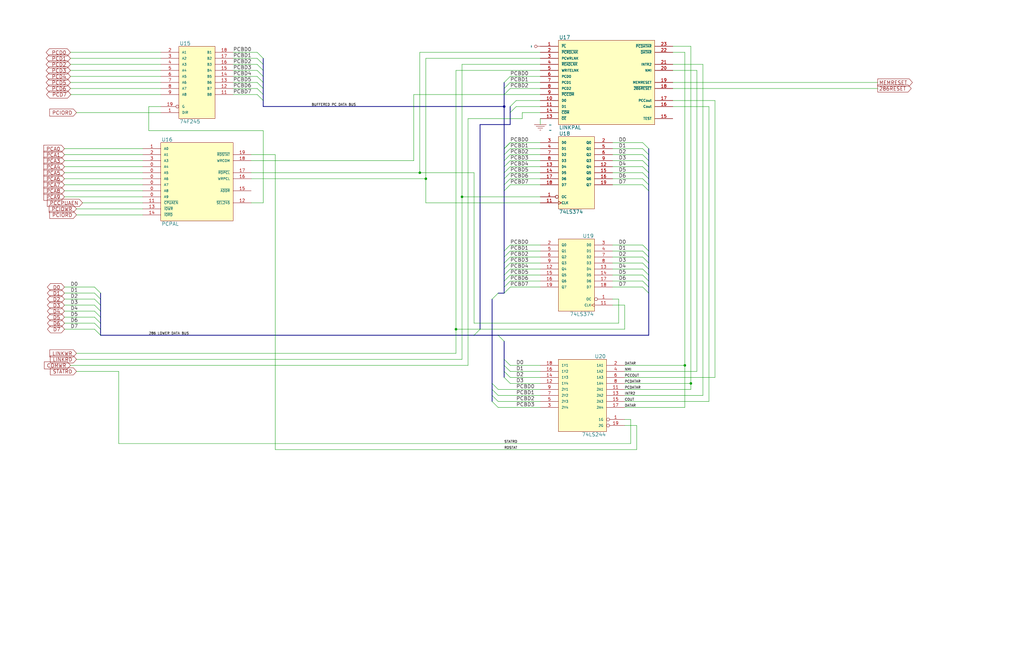
<source format=kicad_sch>
(kicad_sch
	(version 20231120)
	(generator "eeschema")
	(generator_version "8.0")
	(uuid "115b2dcd-29f3-41b3-b910-3f144eb09766")
	(paper "B")
	(title_block
		(date "  January  1, 1980")
	)
	(lib_symbols
		(symbol "DEVICE:GND_POWER"
			(pin_names
				(offset 1.27)
			)
			(exclude_from_sim no)
			(in_bom yes)
			(on_board yes)
			(property "Reference" "U"
				(at 6.096 -1.016 0)
				(effects
					(font
						(size 1.524 1.524)
					)
					(justify left bottom)
				)
			)
			(property "Value" "GND_POWER"
				(at 6.096 -1.524 0)
				(effects
					(font
						(size 1.524 1.524)
					)
					(justify left top)
				)
			)
			(property "Footprint" ""
				(at 0 0 0)
				(effects
					(font
						(size 1.27 1.27)
					)
					(hide yes)
				)
			)
			(property "Datasheet" ""
				(at 0 0 0)
				(effects
					(font
						(size 1.27 1.27)
					)
					(hide yes)
				)
			)
			(property "Description" ""
				(at 0 0 0)
				(effects
					(font
						(size 1.27 1.27)
					)
					(hide yes)
				)
			)
			(symbol "GND_POWER_0_1"
				(polyline
					(pts
						(xy 0 0) (xy 5.08 0)
					)
					(stroke
						(width 0)
						(type solid)
					)
					(fill
						(type none)
					)
				)
				(polyline
					(pts
						(xy 0.762 -0.762) (xy 4.318 -0.762)
					)
					(stroke
						(width 0)
						(type solid)
					)
					(fill
						(type none)
					)
				)
				(polyline
					(pts
						(xy 2.286 -2.286) (xy 2.794 -2.286)
					)
					(stroke
						(width 0)
						(type solid)
					)
					(fill
						(type none)
					)
				)
				(polyline
					(pts
						(xy 3.556 -1.524) (xy 1.524 -1.524)
					)
					(stroke
						(width 0)
						(type solid)
					)
					(fill
						(type none)
					)
				)
			)
			(symbol "GND_POWER_1_1"
				(pin power_in line
					(at 2.54 0 270)
					(length 0) hide
					(name "GND"
						(effects
							(font
								(size 1.016 1.016)
							)
						)
					)
					(number "~"
						(effects
							(font
								(size 1.27 1.27)
							)
						)
					)
				)
			)
		)
		(symbol "PAL:LINKPAL"
			(pin_names
				(offset 1.27)
			)
			(exclude_from_sim no)
			(in_bom yes)
			(on_board yes)
			(property "Reference" "20RA10"
				(at 0.254 0.381 0)
				(effects
					(font
						(size 1.524 1.524)
					)
					(justify left bottom)
				)
			)
			(property "Value" "LINKPAL"
				(at 0.254 -35.941 0)
				(effects
					(font
						(size 1.524 1.524)
					)
					(justify left top)
				)
			)
			(property "Footprint" ""
				(at 0 0 0)
				(effects
					(font
						(size 1.27 1.27)
					)
					(hide yes)
				)
			)
			(property "Datasheet" ""
				(at 0 0 0)
				(effects
					(font
						(size 1.27 1.27)
					)
					(hide yes)
				)
			)
			(property "Description" ""
				(at 0 0 0)
				(effects
					(font
						(size 1.27 1.27)
					)
					(hide yes)
				)
			)
			(symbol "LINKPAL_0_1"
				(rectangle
					(start 0 0)
					(end 40.64 -35.56)
					(stroke
						(width 0)
						(type solid)
					)
					(fill
						(type background)
					)
				)
			)
			(symbol "LINKPAL_1_1"
				(pin input line
					(at -7.62 -2.54 0)
					(length 7.62)
					(name "~{PL}"
						(effects
							(font
								(size 1.016 1.016)
							)
						)
					)
					(number "1"
						(effects
							(font
								(size 1.27 1.27)
							)
						)
					)
				)
				(pin input line
					(at -7.62 -25.4 0)
					(length 7.62)
					(name "D0"
						(effects
							(font
								(size 1.016 1.016)
							)
						)
					)
					(number "10"
						(effects
							(font
								(size 1.27 1.27)
							)
						)
					)
				)
				(pin input line
					(at -7.62 -27.94 0)
					(length 7.62)
					(name "D1"
						(effects
							(font
								(size 1.016 1.016)
							)
						)
					)
					(number "11"
						(effects
							(font
								(size 1.27 1.27)
							)
						)
					)
				)
				(pin power_in line
					(at 10.16 -35.56 90)
					(length 0) hide
					(name "GND"
						(effects
							(font
								(size 1.016 1.016)
							)
						)
					)
					(number "12"
						(effects
							(font
								(size 1.27 1.27)
							)
						)
					)
				)
				(pin input line
					(at -7.62 -33.02 0)
					(length 7.62)
					(name "~{OE}"
						(effects
							(font
								(size 1.016 1.016)
							)
						)
					)
					(number "13"
						(effects
							(font
								(size 1.27 1.27)
							)
						)
					)
				)
				(pin input line
					(at -7.62 -30.48 0)
					(length 7.62)
					(name "~{COM}"
						(effects
							(font
								(size 1.016 1.016)
							)
						)
					)
					(number "14"
						(effects
							(font
								(size 1.27 1.27)
							)
						)
					)
				)
				(pin output line
					(at 48.26 -33.02 180)
					(length 7.62)
					(name "TEST"
						(effects
							(font
								(size 1.016 1.016)
							)
						)
					)
					(number "15"
						(effects
							(font
								(size 1.27 1.27)
							)
						)
					)
				)
				(pin output line
					(at 48.26 -27.94 180)
					(length 7.62)
					(name "Cout"
						(effects
							(font
								(size 1.016 1.016)
							)
						)
					)
					(number "16"
						(effects
							(font
								(size 1.27 1.27)
							)
						)
					)
				)
				(pin output line
					(at 48.26 -25.4 180)
					(length 7.62)
					(name "PCCout"
						(effects
							(font
								(size 1.016 1.016)
							)
						)
					)
					(number "17"
						(effects
							(font
								(size 1.27 1.27)
							)
						)
					)
				)
				(pin output line
					(at 48.26 -20.32 180)
					(length 7.62)
					(name "~{286RESET}"
						(effects
							(font
								(size 1.016 1.016)
							)
						)
					)
					(number "18"
						(effects
							(font
								(size 1.27 1.27)
							)
						)
					)
				)
				(pin output line
					(at 48.26 -17.78 180)
					(length 7.62)
					(name "MEMRESET"
						(effects
							(font
								(size 1.016 1.016)
							)
						)
					)
					(number "19"
						(effects
							(font
								(size 1.27 1.27)
							)
						)
					)
				)
				(pin input line
					(at -7.62 -5.08 0)
					(length 7.62)
					(name "~{PCRDLNK}"
						(effects
							(font
								(size 1.016 1.016)
							)
						)
					)
					(number "2"
						(effects
							(font
								(size 1.27 1.27)
							)
						)
					)
				)
				(pin output line
					(at 48.26 -12.7 180)
					(length 7.62)
					(name "NMI"
						(effects
							(font
								(size 1.016 1.016)
							)
						)
					)
					(number "20"
						(effects
							(font
								(size 1.27 1.27)
							)
						)
					)
				)
				(pin output line
					(at 48.26 -10.16 180)
					(length 7.62)
					(name "INTR2"
						(effects
							(font
								(size 1.016 1.016)
							)
						)
					)
					(number "21"
						(effects
							(font
								(size 1.27 1.27)
							)
						)
					)
				)
				(pin output line
					(at 48.26 -5.08 180)
					(length 7.62)
					(name "~{DATAR}"
						(effects
							(font
								(size 1.016 1.016)
							)
						)
					)
					(number "22"
						(effects
							(font
								(size 1.27 1.27)
							)
						)
					)
				)
				(pin output line
					(at 48.26 -2.54 180)
					(length 7.62)
					(name "~{PCDATAR}"
						(effects
							(font
								(size 1.016 1.016)
							)
						)
					)
					(number "23"
						(effects
							(font
								(size 1.27 1.27)
							)
						)
					)
				)
				(pin power_in line
					(at 10.16 0 270)
					(length 0) hide
					(name "VCC"
						(effects
							(font
								(size 1.016 1.016)
							)
						)
					)
					(number "24"
						(effects
							(font
								(size 1.27 1.27)
							)
						)
					)
				)
				(pin input line
					(at -7.62 -7.62 0)
					(length 7.62)
					(name "PCWRLNK"
						(effects
							(font
								(size 1.016 1.016)
							)
						)
					)
					(number "3"
						(effects
							(font
								(size 1.27 1.27)
							)
						)
					)
				)
				(pin input line
					(at -7.62 -10.16 0)
					(length 7.62)
					(name "~{READLNK}"
						(effects
							(font
								(size 1.016 1.016)
							)
						)
					)
					(number "4"
						(effects
							(font
								(size 1.27 1.27)
							)
						)
					)
				)
				(pin input line
					(at -7.62 -12.7 0)
					(length 7.62)
					(name "WRITELNK"
						(effects
							(font
								(size 1.016 1.016)
							)
						)
					)
					(number "5"
						(effects
							(font
								(size 1.27 1.27)
							)
						)
					)
				)
				(pin input line
					(at -7.62 -15.24 0)
					(length 7.62)
					(name "PCD0"
						(effects
							(font
								(size 1.016 1.016)
							)
						)
					)
					(number "6"
						(effects
							(font
								(size 1.27 1.27)
							)
						)
					)
				)
				(pin input line
					(at -7.62 -17.78 0)
					(length 7.62)
					(name "PCD1"
						(effects
							(font
								(size 1.016 1.016)
							)
						)
					)
					(number "7"
						(effects
							(font
								(size 1.27 1.27)
							)
						)
					)
				)
				(pin input line
					(at -7.62 -20.32 0)
					(length 7.62)
					(name "PCD2"
						(effects
							(font
								(size 1.016 1.016)
							)
						)
					)
					(number "8"
						(effects
							(font
								(size 1.27 1.27)
							)
						)
					)
				)
				(pin input line
					(at -7.62 -22.86 0)
					(length 7.62)
					(name "~{PCCOM}"
						(effects
							(font
								(size 1.016 1.016)
							)
						)
					)
					(number "9"
						(effects
							(font
								(size 1.27 1.27)
							)
						)
					)
				)
			)
		)
		(symbol "PAL:PCPAL"
			(pin_names
				(offset 1.27)
			)
			(exclude_from_sim no)
			(in_bom yes)
			(on_board yes)
			(property "Reference" "16L84"
				(at 0.254 0.381 0)
				(effects
					(font
						(size 1.524 1.524)
					)
					(justify left bottom)
				)
			)
			(property "Value" "PCPAL"
				(at 0.254 -33.401 0)
				(effects
					(font
						(size 1.524 1.524)
					)
					(justify left top)
				)
			)
			(property "Footprint" ""
				(at 0 0 0)
				(effects
					(font
						(size 1.27 1.27)
					)
					(hide yes)
				)
			)
			(property "Datasheet" ""
				(at 0 0 0)
				(effects
					(font
						(size 1.27 1.27)
					)
					(hide yes)
				)
			)
			(property "Description" ""
				(at 0 0 0)
				(effects
					(font
						(size 1.27 1.27)
					)
					(hide yes)
				)
			)
			(symbol "PCPAL_0_1"
				(rectangle
					(start 0 0)
					(end 30.48 -33.02)
					(stroke
						(width 0)
						(type solid)
					)
					(fill
						(type background)
					)
				)
			)
			(symbol "PCPAL_1_1"
				(pin passive line
					(at -7.62 -10.16 0)
					(length 7.62)
					(name "A4"
						(effects
							(font
								(size 1.016 1.016)
							)
						)
					)
					(number "0"
						(effects
							(font
								(size 1.27 1.27)
							)
						)
					)
				)
				(pin passive line
					(at -7.62 -12.7 0)
					(length 7.62)
					(name "A5"
						(effects
							(font
								(size 1.016 1.016)
							)
						)
					)
					(number "0"
						(effects
							(font
								(size 1.27 1.27)
							)
						)
					)
				)
				(pin passive line
					(at -7.62 -15.24 0)
					(length 7.62)
					(name "A6"
						(effects
							(font
								(size 1.016 1.016)
							)
						)
					)
					(number "0"
						(effects
							(font
								(size 1.27 1.27)
							)
						)
					)
				)
				(pin passive line
					(at -7.62 -17.78 0)
					(length 7.62)
					(name "A7"
						(effects
							(font
								(size 1.016 1.016)
							)
						)
					)
					(number "0"
						(effects
							(font
								(size 1.27 1.27)
							)
						)
					)
				)
				(pin passive line
					(at -7.62 -20.32 0)
					(length 7.62)
					(name "A8"
						(effects
							(font
								(size 1.016 1.016)
							)
						)
					)
					(number "0"
						(effects
							(font
								(size 1.27 1.27)
							)
						)
					)
				)
				(pin passive line
					(at -7.62 -22.86 0)
					(length 7.62)
					(name "A9"
						(effects
							(font
								(size 1.016 1.016)
							)
						)
					)
					(number "0"
						(effects
							(font
								(size 1.27 1.27)
							)
						)
					)
				)
				(pin input line
					(at -7.62 -2.54 0)
					(length 7.62)
					(name "A0"
						(effects
							(font
								(size 1.016 1.016)
							)
						)
					)
					(number "1"
						(effects
							(font
								(size 1.27 1.27)
							)
						)
					)
				)
				(pin power_in line
					(at 10.16 -33.02 90)
					(length 0) hide
					(name "GND"
						(effects
							(font
								(size 1.016 1.016)
							)
						)
					)
					(number "10"
						(effects
							(font
								(size 1.27 1.27)
							)
						)
					)
				)
				(pin input line
					(at -7.62 -25.4 0)
					(length 7.62)
					(name "~{CPUAEN}"
						(effects
							(font
								(size 1.016 1.016)
							)
						)
					)
					(number "11"
						(effects
							(font
								(size 1.27 1.27)
							)
						)
					)
				)
				(pin output line
					(at 38.1 -25.4 180)
					(length 7.62)
					(name "~{SEL245}"
						(effects
							(font
								(size 1.016 1.016)
							)
						)
					)
					(number "12"
						(effects
							(font
								(size 1.27 1.27)
							)
						)
					)
				)
				(pin input line
					(at -7.62 -27.94 0)
					(length 7.62)
					(name "~{IOWR}"
						(effects
							(font
								(size 1.016 1.016)
							)
						)
					)
					(number "13"
						(effects
							(font
								(size 1.27 1.27)
							)
						)
					)
				)
				(pin input line
					(at -7.62 -30.48 0)
					(length 7.62)
					(name "~{IORD}"
						(effects
							(font
								(size 1.016 1.016)
							)
						)
					)
					(number "14"
						(effects
							(font
								(size 1.27 1.27)
							)
						)
					)
				)
				(pin output line
					(at 38.1 -20.32 180)
					(length 7.62)
					(name "~{ADDR}"
						(effects
							(font
								(size 1.016 1.016)
							)
						)
					)
					(number "15"
						(effects
							(font
								(size 1.27 1.27)
							)
						)
					)
				)
				(pin output line
					(at 38.1 -15.24 180)
					(length 7.62)
					(name "WRPCL"
						(effects
							(font
								(size 1.016 1.016)
							)
						)
					)
					(number "16"
						(effects
							(font
								(size 1.27 1.27)
							)
						)
					)
				)
				(pin output line
					(at 38.1 -12.7 180)
					(length 7.62)
					(name "~{RDPCL}"
						(effects
							(font
								(size 1.016 1.016)
							)
						)
					)
					(number "17"
						(effects
							(font
								(size 1.27 1.27)
							)
						)
					)
				)
				(pin output line
					(at 38.1 -7.62 180)
					(length 7.62)
					(name "WRCOM"
						(effects
							(font
								(size 1.016 1.016)
							)
						)
					)
					(number "18"
						(effects
							(font
								(size 1.27 1.27)
							)
						)
					)
				)
				(pin output line
					(at 38.1 -5.08 180)
					(length 7.62)
					(name "~{RDSTAT}"
						(effects
							(font
								(size 1.016 1.016)
							)
						)
					)
					(number "19"
						(effects
							(font
								(size 1.27 1.27)
							)
						)
					)
				)
				(pin input line
					(at -7.62 -5.08 0)
					(length 7.62)
					(name "A1"
						(effects
							(font
								(size 1.016 1.016)
							)
						)
					)
					(number "2"
						(effects
							(font
								(size 1.27 1.27)
							)
						)
					)
				)
				(pin power_in line
					(at 10.16 0 270)
					(length 0) hide
					(name "VCC"
						(effects
							(font
								(size 1.016 1.016)
							)
						)
					)
					(number "20"
						(effects
							(font
								(size 1.27 1.27)
							)
						)
					)
				)
				(pin input line
					(at -7.62 -7.62 0)
					(length 7.62)
					(name "A3"
						(effects
							(font
								(size 1.016 1.016)
							)
						)
					)
					(number "3"
						(effects
							(font
								(size 1.27 1.27)
							)
						)
					)
				)
			)
		)
		(symbol "TTL:74F245"
			(pin_names
				(offset 1.27)
			)
			(exclude_from_sim no)
			(in_bom yes)
			(on_board yes)
			(property "Reference" "U"
				(at 0.254 0.381 0)
				(effects
					(font
						(size 1.524 1.524)
					)
					(justify left bottom)
				)
			)
			(property "Value" "74F245"
				(at 0.254 -30.861 0)
				(effects
					(font
						(size 1.524 1.524)
					)
					(justify left top)
				)
			)
			(property "Footprint" ""
				(at 0 0 0)
				(effects
					(font
						(size 1.27 1.27)
					)
					(hide yes)
				)
			)
			(property "Datasheet" ""
				(at 0 0 0)
				(effects
					(font
						(size 1.27 1.27)
					)
					(hide yes)
				)
			)
			(property "Description" ""
				(at 0 0 0)
				(effects
					(font
						(size 1.27 1.27)
					)
					(hide yes)
				)
			)
			(symbol "74F245_0_1"
				(rectangle
					(start 0 0)
					(end 15.24 -30.48)
					(stroke
						(width 0)
						(type solid)
					)
					(fill
						(type background)
					)
				)
			)
			(symbol "74F245_1_1"
				(pin input line
					(at -7.62 -27.94 0)
					(length 7.62)
					(name "DIR"
						(effects
							(font
								(size 1.016 1.016)
							)
						)
					)
					(number "1"
						(effects
							(font
								(size 1.27 1.27)
							)
						)
					)
				)
				(pin power_in line
					(at 0 -30.48 90)
					(length 0) hide
					(name "GND"
						(effects
							(font
								(size 1.016 1.016)
							)
						)
					)
					(number "10"
						(effects
							(font
								(size 1.27 1.27)
							)
						)
					)
				)
				(pin bidirectional line
					(at 22.86 -20.32 180)
					(length 7.62)
					(name "B8"
						(effects
							(font
								(size 1.016 1.016)
							)
						)
					)
					(number "11"
						(effects
							(font
								(size 1.27 1.27)
							)
						)
					)
				)
				(pin bidirectional line
					(at 22.86 -17.78 180)
					(length 7.62)
					(name "B7"
						(effects
							(font
								(size 1.016 1.016)
							)
						)
					)
					(number "12"
						(effects
							(font
								(size 1.27 1.27)
							)
						)
					)
				)
				(pin bidirectional line
					(at 22.86 -15.24 180)
					(length 7.62)
					(name "B6"
						(effects
							(font
								(size 1.016 1.016)
							)
						)
					)
					(number "13"
						(effects
							(font
								(size 1.27 1.27)
							)
						)
					)
				)
				(pin bidirectional line
					(at 22.86 -12.7 180)
					(length 7.62)
					(name "B5"
						(effects
							(font
								(size 1.016 1.016)
							)
						)
					)
					(number "14"
						(effects
							(font
								(size 1.27 1.27)
							)
						)
					)
				)
				(pin bidirectional line
					(at 22.86 -10.16 180)
					(length 7.62)
					(name "B4"
						(effects
							(font
								(size 1.016 1.016)
							)
						)
					)
					(number "15"
						(effects
							(font
								(size 1.27 1.27)
							)
						)
					)
				)
				(pin bidirectional line
					(at 22.86 -7.62 180)
					(length 7.62)
					(name "B3"
						(effects
							(font
								(size 1.016 1.016)
							)
						)
					)
					(number "16"
						(effects
							(font
								(size 1.27 1.27)
							)
						)
					)
				)
				(pin bidirectional line
					(at 22.86 -5.08 180)
					(length 7.62)
					(name "B2"
						(effects
							(font
								(size 1.016 1.016)
							)
						)
					)
					(number "17"
						(effects
							(font
								(size 1.27 1.27)
							)
						)
					)
				)
				(pin bidirectional line
					(at 22.86 -2.54 180)
					(length 7.62)
					(name "B1"
						(effects
							(font
								(size 1.016 1.016)
							)
						)
					)
					(number "18"
						(effects
							(font
								(size 1.27 1.27)
							)
						)
					)
				)
				(pin input inverted
					(at -7.62 -25.4 0)
					(length 7.62)
					(name "G"
						(effects
							(font
								(size 1.016 1.016)
							)
						)
					)
					(number "19"
						(effects
							(font
								(size 1.27 1.27)
							)
						)
					)
				)
				(pin bidirectional line
					(at -7.62 -2.54 0)
					(length 7.62)
					(name "A1"
						(effects
							(font
								(size 1.016 1.016)
							)
						)
					)
					(number "2"
						(effects
							(font
								(size 1.27 1.27)
							)
						)
					)
				)
				(pin power_in line
					(at 0 0 270)
					(length 0) hide
					(name "VCC"
						(effects
							(font
								(size 1.016 1.016)
							)
						)
					)
					(number "20"
						(effects
							(font
								(size 1.27 1.27)
							)
						)
					)
				)
				(pin bidirectional line
					(at -7.62 -5.08 0)
					(length 7.62)
					(name "A2"
						(effects
							(font
								(size 1.016 1.016)
							)
						)
					)
					(number "3"
						(effects
							(font
								(size 1.27 1.27)
							)
						)
					)
				)
				(pin bidirectional line
					(at -7.62 -7.62 0)
					(length 7.62)
					(name "A3"
						(effects
							(font
								(size 1.016 1.016)
							)
						)
					)
					(number "4"
						(effects
							(font
								(size 1.27 1.27)
							)
						)
					)
				)
				(pin bidirectional line
					(at -7.62 -10.16 0)
					(length 7.62)
					(name "A4"
						(effects
							(font
								(size 1.016 1.016)
							)
						)
					)
					(number "5"
						(effects
							(font
								(size 1.27 1.27)
							)
						)
					)
				)
				(pin bidirectional line
					(at -7.62 -12.7 0)
					(length 7.62)
					(name "A5"
						(effects
							(font
								(size 1.016 1.016)
							)
						)
					)
					(number "6"
						(effects
							(font
								(size 1.27 1.27)
							)
						)
					)
				)
				(pin bidirectional line
					(at -7.62 -15.24 0)
					(length 7.62)
					(name "A6"
						(effects
							(font
								(size 1.016 1.016)
							)
						)
					)
					(number "7"
						(effects
							(font
								(size 1.27 1.27)
							)
						)
					)
				)
				(pin bidirectional line
					(at -7.62 -17.78 0)
					(length 7.62)
					(name "A7"
						(effects
							(font
								(size 1.016 1.016)
							)
						)
					)
					(number "8"
						(effects
							(font
								(size 1.27 1.27)
							)
						)
					)
				)
				(pin bidirectional line
					(at -7.62 -20.32 0)
					(length 7.62)
					(name "A8"
						(effects
							(font
								(size 1.016 1.016)
							)
						)
					)
					(number "9"
						(effects
							(font
								(size 1.27 1.27)
							)
						)
					)
				)
			)
		)
		(symbol "TTL:74LS244"
			(pin_names
				(offset 1.27)
			)
			(exclude_from_sim no)
			(in_bom yes)
			(on_board yes)
			(property "Reference" "U"
				(at 0.254 0.381 0)
				(effects
					(font
						(size 1.524 1.524)
					)
					(justify left bottom)
				)
			)
			(property "Value" "74LS244"
				(at 0.254 -30.861 0)
				(effects
					(font
						(size 1.524 1.524)
					)
					(justify left top)
				)
			)
			(property "Footprint" ""
				(at 0 0 0)
				(effects
					(font
						(size 1.27 1.27)
					)
					(hide yes)
				)
			)
			(property "Datasheet" ""
				(at 0 0 0)
				(effects
					(font
						(size 1.27 1.27)
					)
					(hide yes)
				)
			)
			(property "Description" ""
				(at 0 0 0)
				(effects
					(font
						(size 1.27 1.27)
					)
					(hide yes)
				)
			)
			(symbol "74LS244_0_1"
				(rectangle
					(start 0 0)
					(end 20.32 -30.48)
					(stroke
						(width 0)
						(type solid)
					)
					(fill
						(type background)
					)
				)
			)
			(symbol "74LS244_1_1"
				(pin input inverted
					(at -7.62 -25.4 0)
					(length 7.62)
					(name "1G"
						(effects
							(font
								(size 1.016 1.016)
							)
						)
					)
					(number "1"
						(effects
							(font
								(size 1.27 1.27)
							)
						)
					)
				)
				(pin power_in line
					(at 0 -30.48 90)
					(length 0) hide
					(name "GND"
						(effects
							(font
								(size 1.016 1.016)
							)
						)
					)
					(number "10"
						(effects
							(font
								(size 1.27 1.27)
							)
						)
					)
				)
				(pin input line
					(at -7.62 -12.7 0)
					(length 7.62)
					(name "2A1"
						(effects
							(font
								(size 1.016 1.016)
							)
						)
					)
					(number "11"
						(effects
							(font
								(size 1.27 1.27)
							)
						)
					)
				)
				(pin tri_state line
					(at 27.94 -10.16 180)
					(length 7.62)
					(name "1Y4"
						(effects
							(font
								(size 1.016 1.016)
							)
						)
					)
					(number "12"
						(effects
							(font
								(size 1.27 1.27)
							)
						)
					)
				)
				(pin input line
					(at -7.62 -15.24 0)
					(length 7.62)
					(name "2A2"
						(effects
							(font
								(size 1.016 1.016)
							)
						)
					)
					(number "13"
						(effects
							(font
								(size 1.27 1.27)
							)
						)
					)
				)
				(pin tri_state line
					(at 27.94 -7.62 180)
					(length 7.62)
					(name "1Y3"
						(effects
							(font
								(size 1.016 1.016)
							)
						)
					)
					(number "14"
						(effects
							(font
								(size 1.27 1.27)
							)
						)
					)
				)
				(pin input line
					(at -7.62 -17.78 0)
					(length 7.62)
					(name "2A3"
						(effects
							(font
								(size 1.016 1.016)
							)
						)
					)
					(number "15"
						(effects
							(font
								(size 1.27 1.27)
							)
						)
					)
				)
				(pin tri_state line
					(at 27.94 -5.08 180)
					(length 7.62)
					(name "1Y2"
						(effects
							(font
								(size 1.016 1.016)
							)
						)
					)
					(number "16"
						(effects
							(font
								(size 1.27 1.27)
							)
						)
					)
				)
				(pin input line
					(at -7.62 -20.32 0)
					(length 7.62)
					(name "2A4"
						(effects
							(font
								(size 1.016 1.016)
							)
						)
					)
					(number "17"
						(effects
							(font
								(size 1.27 1.27)
							)
						)
					)
				)
				(pin tri_state line
					(at 27.94 -2.54 180)
					(length 7.62)
					(name "1Y1"
						(effects
							(font
								(size 1.016 1.016)
							)
						)
					)
					(number "18"
						(effects
							(font
								(size 1.27 1.27)
							)
						)
					)
				)
				(pin input inverted
					(at -7.62 -27.94 0)
					(length 7.62)
					(name "2G"
						(effects
							(font
								(size 1.016 1.016)
							)
						)
					)
					(number "19"
						(effects
							(font
								(size 1.27 1.27)
							)
						)
					)
				)
				(pin input line
					(at -7.62 -2.54 0)
					(length 7.62)
					(name "1A1"
						(effects
							(font
								(size 1.016 1.016)
							)
						)
					)
					(number "2"
						(effects
							(font
								(size 1.27 1.27)
							)
						)
					)
				)
				(pin power_in line
					(at 0 0 270)
					(length 0) hide
					(name "VCC"
						(effects
							(font
								(size 1.016 1.016)
							)
						)
					)
					(number "20"
						(effects
							(font
								(size 1.27 1.27)
							)
						)
					)
				)
				(pin tri_state line
					(at 27.94 -20.32 180)
					(length 7.62)
					(name "2Y4"
						(effects
							(font
								(size 1.016 1.016)
							)
						)
					)
					(number "3"
						(effects
							(font
								(size 1.27 1.27)
							)
						)
					)
				)
				(pin input line
					(at -7.62 -5.08 0)
					(length 7.62)
					(name "1A2"
						(effects
							(font
								(size 1.016 1.016)
							)
						)
					)
					(number "4"
						(effects
							(font
								(size 1.27 1.27)
							)
						)
					)
				)
				(pin tri_state line
					(at 27.94 -17.78 180)
					(length 7.62)
					(name "2Y3"
						(effects
							(font
								(size 1.016 1.016)
							)
						)
					)
					(number "5"
						(effects
							(font
								(size 1.27 1.27)
							)
						)
					)
				)
				(pin input line
					(at -7.62 -7.62 0)
					(length 7.62)
					(name "1A3"
						(effects
							(font
								(size 1.016 1.016)
							)
						)
					)
					(number "6"
						(effects
							(font
								(size 1.27 1.27)
							)
						)
					)
				)
				(pin tri_state line
					(at 27.94 -15.24 180)
					(length 7.62)
					(name "2Y2"
						(effects
							(font
								(size 1.016 1.016)
							)
						)
					)
					(number "7"
						(effects
							(font
								(size 1.27 1.27)
							)
						)
					)
				)
				(pin input line
					(at -7.62 -10.16 0)
					(length 7.62)
					(name "1A4"
						(effects
							(font
								(size 1.016 1.016)
							)
						)
					)
					(number "8"
						(effects
							(font
								(size 1.27 1.27)
							)
						)
					)
				)
				(pin tri_state line
					(at 27.94 -12.7 180)
					(length 7.62)
					(name "2Y1"
						(effects
							(font
								(size 1.016 1.016)
							)
						)
					)
					(number "9"
						(effects
							(font
								(size 1.27 1.27)
							)
						)
					)
				)
			)
		)
		(symbol "TTL:74LS374"
			(pin_names
				(offset 1.27)
			)
			(exclude_from_sim no)
			(in_bom yes)
			(on_board yes)
			(property "Reference" "U"
				(at 0.254 0.381 0)
				(effects
					(font
						(size 1.524 1.524)
					)
					(justify left bottom)
				)
			)
			(property "Value" "74LS374"
				(at 0.254 -30.861 0)
				(effects
					(font
						(size 1.524 1.524)
					)
					(justify left top)
				)
			)
			(property "Footprint" ""
				(at 0 0 0)
				(effects
					(font
						(size 1.27 1.27)
					)
					(hide yes)
				)
			)
			(property "Datasheet" ""
				(at 0 0 0)
				(effects
					(font
						(size 1.27 1.27)
					)
					(hide yes)
				)
			)
			(property "Description" ""
				(at 0 0 0)
				(effects
					(font
						(size 1.27 1.27)
					)
					(hide yes)
				)
			)
			(symbol "74LS374_0_1"
				(rectangle
					(start 0 0)
					(end 15.24 -30.48)
					(stroke
						(width 0)
						(type solid)
					)
					(fill
						(type background)
					)
				)
			)
			(symbol "74LS374_1_1"
				(pin input inverted
					(at -7.62 -25.4 0)
					(length 7.62)
					(name "OC"
						(effects
							(font
								(size 1.016 1.016)
							)
						)
					)
					(number "1"
						(effects
							(font
								(size 1.27 1.27)
							)
						)
					)
				)
				(pin power_in line
					(at 0 -30.48 90)
					(length 0) hide
					(name "GND"
						(effects
							(font
								(size 1.016 1.016)
							)
						)
					)
					(number "10"
						(effects
							(font
								(size 1.27 1.27)
							)
						)
					)
				)
				(pin input clock
					(at -7.62 -27.94 0)
					(length 7.62)
					(name "CLK"
						(effects
							(font
								(size 1.016 1.016)
							)
						)
					)
					(number "11"
						(effects
							(font
								(size 1.27 1.27)
							)
						)
					)
				)
				(pin tri_state line
					(at 22.86 -12.7 180)
					(length 7.62)
					(name "Q4"
						(effects
							(font
								(size 1.016 1.016)
							)
						)
					)
					(number "12"
						(effects
							(font
								(size 1.27 1.27)
							)
						)
					)
				)
				(pin input line
					(at -7.62 -12.7 0)
					(length 7.62)
					(name "D4"
						(effects
							(font
								(size 1.016 1.016)
							)
						)
					)
					(number "13"
						(effects
							(font
								(size 1.27 1.27)
							)
						)
					)
				)
				(pin input line
					(at -7.62 -15.24 0)
					(length 7.62)
					(name "D5"
						(effects
							(font
								(size 1.016 1.016)
							)
						)
					)
					(number "14"
						(effects
							(font
								(size 1.27 1.27)
							)
						)
					)
				)
				(pin tri_state line
					(at 22.86 -15.24 180)
					(length 7.62)
					(name "Q5"
						(effects
							(font
								(size 1.016 1.016)
							)
						)
					)
					(number "15"
						(effects
							(font
								(size 1.27 1.27)
							)
						)
					)
				)
				(pin tri_state line
					(at 22.86 -17.78 180)
					(length 7.62)
					(name "Q6"
						(effects
							(font
								(size 1.016 1.016)
							)
						)
					)
					(number "16"
						(effects
							(font
								(size 1.27 1.27)
							)
						)
					)
				)
				(pin input line
					(at -7.62 -17.78 0)
					(length 7.62)
					(name "D6"
						(effects
							(font
								(size 1.016 1.016)
							)
						)
					)
					(number "17"
						(effects
							(font
								(size 1.27 1.27)
							)
						)
					)
				)
				(pin input line
					(at -7.62 -20.32 0)
					(length 7.62)
					(name "D7"
						(effects
							(font
								(size 1.016 1.016)
							)
						)
					)
					(number "18"
						(effects
							(font
								(size 1.27 1.27)
							)
						)
					)
				)
				(pin tri_state line
					(at 22.86 -20.32 180)
					(length 7.62)
					(name "Q7"
						(effects
							(font
								(size 1.016 1.016)
							)
						)
					)
					(number "19"
						(effects
							(font
								(size 1.27 1.27)
							)
						)
					)
				)
				(pin tri_state line
					(at 22.86 -2.54 180)
					(length 7.62)
					(name "Q0"
						(effects
							(font
								(size 1.016 1.016)
							)
						)
					)
					(number "2"
						(effects
							(font
								(size 1.27 1.27)
							)
						)
					)
				)
				(pin power_in line
					(at 0 0 270)
					(length 0) hide
					(name "VCC"
						(effects
							(font
								(size 1.016 1.016)
							)
						)
					)
					(number "20"
						(effects
							(font
								(size 1.27 1.27)
							)
						)
					)
				)
				(pin input line
					(at -7.62 -2.54 0)
					(length 7.62)
					(name "D0"
						(effects
							(font
								(size 1.016 1.016)
							)
						)
					)
					(number "3"
						(effects
							(font
								(size 1.27 1.27)
							)
						)
					)
				)
				(pin input line
					(at -7.62 -5.08 0)
					(length 7.62)
					(name "D1"
						(effects
							(font
								(size 1.016 1.016)
							)
						)
					)
					(number "4"
						(effects
							(font
								(size 1.27 1.27)
							)
						)
					)
				)
				(pin tri_state line
					(at 22.86 -5.08 180)
					(length 7.62)
					(name "Q1"
						(effects
							(font
								(size 1.016 1.016)
							)
						)
					)
					(number "5"
						(effects
							(font
								(size 1.27 1.27)
							)
						)
					)
				)
				(pin tri_state line
					(at 22.86 -7.62 180)
					(length 7.62)
					(name "Q2"
						(effects
							(font
								(size 1.016 1.016)
							)
						)
					)
					(number "6"
						(effects
							(font
								(size 1.27 1.27)
							)
						)
					)
				)
				(pin input line
					(at -7.62 -7.62 0)
					(length 7.62)
					(name "D2"
						(effects
							(font
								(size 1.016 1.016)
							)
						)
					)
					(number "7"
						(effects
							(font
								(size 1.27 1.27)
							)
						)
					)
				)
				(pin input line
					(at -7.62 -10.16 0)
					(length 7.62)
					(name "D3"
						(effects
							(font
								(size 1.016 1.016)
							)
						)
					)
					(number "8"
						(effects
							(font
								(size 1.27 1.27)
							)
						)
					)
				)
				(pin tri_state line
					(at 22.86 -10.16 180)
					(length 7.62)
					(name "Q3"
						(effects
							(font
								(size 1.016 1.016)
							)
						)
					)
					(number "9"
						(effects
							(font
								(size 1.27 1.27)
							)
						)
					)
				)
			)
		)
		(symbol "pwr:circle"
			(power)
			(pin_numbers hide)
			(pin_names
				(offset 0)
			)
			(exclude_from_sim no)
			(in_bom yes)
			(on_board yes)
			(property "Reference" "#PWR"
				(at 0 -1.524 0)
				(effects
					(font
						(size 1.27 1.27)
					)
					(hide yes)
				)
			)
			(property "Value" "circle"
				(at 0 0 0)
				(effects
					(font
						(size 1.27 1.27)
					)
					(hide yes)
				)
			)
			(property "Footprint" ""
				(at 0 0 0)
				(effects
					(font
						(size 1.27 1.27)
					)
					(hide yes)
				)
			)
			(property "Datasheet" ""
				(at 0 0 0)
				(effects
					(font
						(size 1.27 1.27)
					)
					(hide yes)
				)
			)
			(property "Description" ""
				(at 0 0 0)
				(effects
					(font
						(size 1.27 1.27)
					)
					(hide yes)
				)
			)
			(symbol "circle_0_1"
				(polyline
					(pts
						(xy 0 0) (xy 0 1.27)
					)
					(stroke
						(width 0)
						(type solid)
					)
					(fill
						(type none)
					)
				)
				(circle
					(center 0 1.905)
					(radius 0.5588)
					(stroke
						(width 0)
						(type solid)
					)
					(fill
						(type none)
					)
				)
			)
			(symbol "circle_1_1"
				(pin power_in line
					(at 0 0 90)
					(length 0) hide
					(name "~"
						(effects
							(font
								(size 1.27 1.27)
							)
						)
					)
					(number "1"
						(effects
							(font
								(size 1.27 1.27)
							)
						)
					)
				)
			)
		)
	)
	(junction
		(at 291.338 161.798)
		(diameter 0)
		(color 0 0 0 0)
		(uuid "08feaff5-44ba-4002-aa79-d0fccd5dd5fa")
	)
	(junction
		(at 194.818 83.058)
		(diameter 0)
		(color 0 0 0 0)
		(uuid "094754a1-989b-4e66-864e-00e339196f05")
	)
	(junction
		(at 177.038 72.898)
		(diameter 0)
		(color 0 0 0 0)
		(uuid "242615d5-e38a-42e7-91d8-fa76b74b07e0")
	)
	(junction
		(at 288.798 154.178)
		(diameter 0)
		(color 0 0 0 0)
		(uuid "2cf8846c-6564-4b45-94d8-304ddf183abd")
	)
	(junction
		(at 212.598 44.958)
		(diameter 0)
		(color 0 0 0 0)
		(uuid "8d2b68cc-9a08-41ba-a565-f858b7b90a26")
	)
	(junction
		(at 179.578 75.438)
		(diameter 0)
		(color 0 0 0 0)
		(uuid "967632ed-a4e6-478a-8b58-4005362bfdf7")
	)
	(junction
		(at 192.278 138.938)
		(diameter 0)
		(color 0 0 0 0)
		(uuid "b28bc590-1a18-4609-adc0-4a6bd6244c3a")
	)
	(bus_entry
		(at 215.138 154.178)
		(size -2.54 -2.54)
		(stroke
			(width 0)
			(type default)
		)
		(uuid "00a8da8c-2800-492e-b575-3188b8203cbb")
	)
	(bus_entry
		(at 215.138 156.718)
		(size -2.54 -2.54)
		(stroke
			(width 0)
			(type default)
		)
		(uuid "02e0359c-ed61-4799-9329-141205075192")
	)
	(bus_entry
		(at 273.558 105.918)
		(size -2.54 -2.54)
		(stroke
			(width 0)
			(type default)
		)
		(uuid "0b328e9d-45a2-489e-90f8-aab84105cedb")
	)
	(bus_entry
		(at 215.138 70.358)
		(size -2.54 2.54)
		(stroke
			(width 0)
			(type default)
		)
		(uuid "102d2d93-7bd1-4933-9d0d-3b235ee16215")
	)
	(bus_entry
		(at 210.058 171.958)
		(size -2.54 -2.54)
		(stroke
			(width 0)
			(type default)
		)
		(uuid "17acf8f5-cb32-4005-8ba6-b18250b2fe0d")
	)
	(bus_entry
		(at 273.558 108.458)
		(size -2.54 -2.54)
		(stroke
			(width 0)
			(type default)
		)
		(uuid "21744eab-06b1-4e54-999a-830e2a43e12b")
	)
	(bus_entry
		(at 110.998 24.638)
		(size -2.54 -2.54)
		(stroke
			(width 0)
			(type default)
		)
		(uuid "26d673ca-2f5d-4acb-bd07-74c71a40f2ec")
	)
	(bus_entry
		(at 110.998 27.178)
		(size -2.54 -2.54)
		(stroke
			(width 0)
			(type default)
		)
		(uuid "27c2fb9c-59d1-4420-b974-b8093c643c7f")
	)
	(bus_entry
		(at 110.998 29.718)
		(size -2.54 -2.54)
		(stroke
			(width 0)
			(type default)
		)
		(uuid "289191ba-2783-4938-bc53-29d597d5e7c5")
	)
	(bus_entry
		(at 42.418 133.858)
		(size -2.54 -2.54)
		(stroke
			(width 0)
			(type default)
		)
		(uuid "2a8aea98-c46e-48c7-a45d-f9d11dfa47a2")
	)
	(bus_entry
		(at 215.138 65.278)
		(size -2.54 2.54)
		(stroke
			(width 0)
			(type default)
		)
		(uuid "30d70e7c-2cf8-4436-ab5a-04e899bd00e1")
	)
	(bus_entry
		(at 215.138 105.918)
		(size -2.54 2.54)
		(stroke
			(width 0)
			(type default)
		)
		(uuid "32c49c3a-1545-4ea9-acce-a6e39fa0d9e7")
	)
	(bus_entry
		(at 215.138 60.198)
		(size -2.54 2.54)
		(stroke
			(width 0)
			(type default)
		)
		(uuid "33355cc2-48fb-4104-aacd-4baf0e32dfe8")
	)
	(bus_entry
		(at 110.998 32.258)
		(size -2.54 -2.54)
		(stroke
			(width 0)
			(type default)
		)
		(uuid "34cc6ec9-6998-485c-a383-1db47e100ae5")
	)
	(bus_entry
		(at 217.678 42.418)
		(size -2.54 2.54)
		(stroke
			(width 0)
			(type default)
		)
		(uuid "3583e768-88e2-46e5-911b-b28b78a83798")
	)
	(bus_entry
		(at 215.138 116.078)
		(size -2.54 2.54)
		(stroke
			(width 0)
			(type default)
		)
		(uuid "3989c7db-4a10-4efb-a963-4fa42da5a7ae")
	)
	(bus_entry
		(at 42.418 128.778)
		(size -2.54 -2.54)
		(stroke
			(width 0)
			(type default)
		)
		(uuid "3f2b506e-0962-4cf1-bcea-7e2b53e6ec92")
	)
	(bus_entry
		(at 202.438 138.938)
		(size -2.54 2.54)
		(stroke
			(width 0)
			(type default)
		)
		(uuid "436e232e-01ae-4c1e-97f6-4b4e33bd25af")
	)
	(bus_entry
		(at 215.138 37.338)
		(size -2.54 2.54)
		(stroke
			(width 0)
			(type default)
		)
		(uuid "44e66a5c-6848-492c-8951-627763badcaa")
	)
	(bus_entry
		(at 210.058 123.698)
		(size -2.54 2.54)
		(stroke
			(width 0)
			(type default)
		)
		(uuid "4bf5465a-5216-4bde-b2d2-aba9b524b098")
	)
	(bus_entry
		(at 215.138 110.998)
		(size -2.54 2.54)
		(stroke
			(width 0)
			(type default)
		)
		(uuid "5212699e-de87-4ed2-a6a8-ba3038ab260f")
	)
	(bus_entry
		(at 273.558 65.278)
		(size -2.54 -2.54)
		(stroke
			(width 0)
			(type default)
		)
		(uuid "5719db6f-799a-461f-9c95-487f7749eb52")
	)
	(bus_entry
		(at 215.138 108.458)
		(size -2.54 2.54)
		(stroke
			(width 0)
			(type default)
		)
		(uuid "64611962-bfa1-4132-b94c-fbd18651e3f5")
	)
	(bus_entry
		(at 273.558 70.358)
		(size -2.54 -2.54)
		(stroke
			(width 0)
			(type default)
		)
		(uuid "651b8b5d-9347-48ca-bc0a-b17e3aa564ac")
	)
	(bus_entry
		(at 215.138 118.618)
		(size -2.54 2.54)
		(stroke
			(width 0)
			(type default)
		)
		(uuid "6609b2f7-dd3c-4e50-97d8-638c3ad15885")
	)
	(bus_entry
		(at 42.418 138.938)
		(size -2.54 -2.54)
		(stroke
			(width 0)
			(type default)
		)
		(uuid "68ad739b-49b3-4ab6-b080-d6f190a29506")
	)
	(bus_entry
		(at 273.558 77.978)
		(size -2.54 -2.54)
		(stroke
			(width 0)
			(type default)
		)
		(uuid "6af4915b-f693-4393-8fd6-eb229793af63")
	)
	(bus_entry
		(at 210.058 166.878)
		(size -2.54 -2.54)
		(stroke
			(width 0)
			(type default)
		)
		(uuid "6b2caf7a-93dc-4ffb-b74e-e041f8ae17bf")
	)
	(bus_entry
		(at 110.998 34.798)
		(size -2.54 -2.54)
		(stroke
			(width 0)
			(type default)
		)
		(uuid "6fe74b80-0d2f-48a5-aeaa-8c4c6b6f4358")
	)
	(bus_entry
		(at 273.558 75.438)
		(size -2.54 -2.54)
		(stroke
			(width 0)
			(type default)
		)
		(uuid "7273215f-e31f-4d03-9746-2be48f098d78")
	)
	(bus_entry
		(at 215.138 32.258)
		(size -2.54 2.54)
		(stroke
			(width 0)
			(type default)
		)
		(uuid "764fc897-abc0-418f-9e45-24c0637f20ea")
	)
	(bus_entry
		(at 273.558 110.998)
		(size -2.54 -2.54)
		(stroke
			(width 0)
			(type default)
		)
		(uuid "7a7e72cc-596f-4d18-9104-4e79fff4c007")
	)
	(bus_entry
		(at 273.558 116.078)
		(size -2.54 -2.54)
		(stroke
			(width 0)
			(type default)
		)
		(uuid "7f98c1c0-9967-452e-a263-2b6150b35a10")
	)
	(bus_entry
		(at 273.558 80.518)
		(size -2.54 -2.54)
		(stroke
			(width 0)
			(type default)
		)
		(uuid "811c33c7-cdd1-4084-b4e1-5c805ee8cb74")
	)
	(bus_entry
		(at 110.998 42.418)
		(size -2.54 -2.54)
		(stroke
			(width 0)
			(type default)
		)
		(uuid "83246b89-c0b6-4fa0-95f7-0d64620533f0")
	)
	(bus_entry
		(at 273.558 62.738)
		(size -2.54 -2.54)
		(stroke
			(width 0)
			(type default)
		)
		(uuid "867bd18e-6a42-47d0-9853-51ba3725bb50")
	)
	(bus_entry
		(at 210.058 164.338)
		(size -2.54 -2.54)
		(stroke
			(width 0)
			(type default)
		)
		(uuid "8f48c048-db85-4d59-b013-e2c5e6bfda4e")
	)
	(bus_entry
		(at 215.138 34.798)
		(size -2.54 2.54)
		(stroke
			(width 0)
			(type default)
		)
		(uuid "937facc1-6d23-4b4c-b173-373a1dd0cc97")
	)
	(bus_entry
		(at 273.558 123.698)
		(size -2.54 -2.54)
		(stroke
			(width 0)
			(type default)
		)
		(uuid "99933426-95c8-4fb1-a9d6-2f3e950ce014")
	)
	(bus_entry
		(at 42.418 126.238)
		(size -2.54 -2.54)
		(stroke
			(width 0)
			(type default)
		)
		(uuid "9b5b72d9-d0e4-47cd-a186-8de7dccd3f12")
	)
	(bus_entry
		(at 110.998 37.338)
		(size -2.54 -2.54)
		(stroke
			(width 0)
			(type default)
		)
		(uuid "9c4d4c25-f16f-4815-8c49-959082e14085")
	)
	(bus_entry
		(at 273.558 121.158)
		(size -2.54 -2.54)
		(stroke
			(width 0)
			(type default)
		)
		(uuid "9f0ef316-a7b6-4819-816b-665d579ad26d")
	)
	(bus_entry
		(at 42.418 123.698)
		(size -2.54 -2.54)
		(stroke
			(width 0)
			(type default)
		)
		(uuid "9f74e00c-8d7f-491c-ba73-d8905b71577b")
	)
	(bus_entry
		(at 215.138 159.258)
		(size -2.54 -2.54)
		(stroke
			(width 0)
			(type default)
		)
		(uuid "a068d874-8157-49bb-adb7-e088d7acf0bc")
	)
	(bus_entry
		(at 217.678 44.958)
		(size -2.54 2.54)
		(stroke
			(width 0)
			(type default)
		)
		(uuid "a9c730fb-d168-479c-9efb-a108b37fcd26")
	)
	(bus_entry
		(at 215.138 103.378)
		(size -2.54 2.54)
		(stroke
			(width 0)
			(type default)
		)
		(uuid "aaa691ea-6da6-4c2c-971d-072238dfe0c4")
	)
	(bus_entry
		(at 42.418 131.318)
		(size -2.54 -2.54)
		(stroke
			(width 0)
			(type default)
		)
		(uuid "aab1b4f5-903e-4d80-b0e5-ab7f466597a8")
	)
	(bus_entry
		(at 215.138 121.158)
		(size -2.54 2.54)
		(stroke
			(width 0)
			(type default)
		)
		(uuid "ab58abf7-58f2-4860-8f2f-b8d6a8bd8b23")
	)
	(bus_entry
		(at 273.558 72.898)
		(size -2.54 -2.54)
		(stroke
			(width 0)
			(type default)
		)
		(uuid "acd718c4-dd6a-4518-ad0e-e067ba558a4c")
	)
	(bus_entry
		(at 215.138 60.198)
		(size -2.54 2.54)
		(stroke
			(width 0)
			(type default)
		)
		(uuid "aebd090b-ca65-477d-975e-2f716ad27605")
	)
	(bus_entry
		(at 273.558 113.538)
		(size -2.54 -2.54)
		(stroke
			(width 0)
			(type default)
		)
		(uuid "b03c6aae-f2cb-4df0-b514-c4c06cdac314")
	)
	(bus_entry
		(at 42.418 136.398)
		(size -2.54 -2.54)
		(stroke
			(width 0)
			(type default)
		)
		(uuid "b2a3ccff-772a-47e4-8637-ebf6e010da9e")
	)
	(bus_entry
		(at 212.598 144.018)
		(size -2.54 -2.54)
		(stroke
			(width 0)
			(type default)
		)
		(uuid "b522aa75-9385-4611-97cd-475813457ac3")
	)
	(bus_entry
		(at 215.138 75.438)
		(size -2.54 2.54)
		(stroke
			(width 0)
			(type default)
		)
		(uuid "c6c59566-e7f5-4f6d-a4d3-53e0184fc2f2")
	)
	(bus_entry
		(at 215.138 62.738)
		(size -2.54 2.54)
		(stroke
			(width 0)
			(type default)
		)
		(uuid "d13cc6b0-51f2-40d6-9b99-8b26f889cbc6")
	)
	(bus_entry
		(at 42.418 141.478)
		(size -2.54 -2.54)
		(stroke
			(width 0)
			(type default)
		)
		(uuid "de09f10e-7c51-4e95-994b-18538b0c0d1d")
	)
	(bus_entry
		(at 273.558 118.618)
		(size -2.54 -2.54)
		(stroke
			(width 0)
			(type default)
		)
		(uuid "e05de88b-ad7a-4a9d-9f0e-2136a0b610e4")
	)
	(bus_entry
		(at 273.558 67.818)
		(size -2.54 -2.54)
		(stroke
			(width 0)
			(type default)
		)
		(uuid "e43ad462-9481-4694-b2e8-3b16269ea48d")
	)
	(bus_entry
		(at 110.998 39.878)
		(size -2.54 -2.54)
		(stroke
			(width 0)
			(type default)
		)
		(uuid "e607ab40-3750-4067-a4a0-ac9dce3248ee")
	)
	(bus_entry
		(at 215.138 72.898)
		(size -2.54 2.54)
		(stroke
			(width 0)
			(type default)
		)
		(uuid "e871b9b8-9f31-4f84-b124-7aefab5566a0")
	)
	(bus_entry
		(at 210.058 169.418)
		(size -2.54 -2.54)
		(stroke
			(width 0)
			(type default)
		)
		(uuid "f47d96af-4e5d-419a-9fc7-32f73759b0a8")
	)
	(bus_entry
		(at 215.138 161.798)
		(size -2.54 -2.54)
		(stroke
			(width 0)
			(type default)
		)
		(uuid "f6a261ac-c409-4262-98f4-d2de1811a49f")
	)
	(bus_entry
		(at 215.138 77.978)
		(size -2.54 2.54)
		(stroke
			(width 0)
			(type default)
		)
		(uuid "f6bd4ef7-8e83-4209-a44d-243f12d3514b")
	)
	(bus_entry
		(at 215.138 113.538)
		(size -2.54 2.54)
		(stroke
			(width 0)
			(type default)
		)
		(uuid "f883f766-f57c-41d6-8065-edd42dc06b14")
	)
	(bus_entry
		(at 215.138 67.818)
		(size -2.54 2.54)
		(stroke
			(width 0)
			(type default)
		)
		(uuid "f97b57c6-7359-42d8-8160-f3ebd706a914")
	)
	(wire
		(pts
			(xy 215.138 105.918) (xy 227.838 105.918)
		)
		(stroke
			(width 0)
			(type default)
		)
		(uuid "02ab0968-863f-46b4-90c3-6e5e34b83205")
	)
	(bus
		(pts
			(xy 110.998 34.798) (xy 110.998 37.338)
		)
		(stroke
			(width 0)
			(type default)
		)
		(uuid "05ea6ebe-5d42-49bc-8442-e3ae01947814")
	)
	(wire
		(pts
			(xy 291.338 161.798) (xy 291.338 164.338)
		)
		(stroke
			(width 0)
			(type default)
		)
		(uuid "080290e3-be22-486d-a8e8-5bfba83769be")
	)
	(wire
		(pts
			(xy 202.438 138.938) (xy 263.398 138.938)
		)
		(stroke
			(width 0)
			(type default)
		)
		(uuid "088c7355-bedc-4308-92c9-e1788e326b44")
	)
	(bus
		(pts
			(xy 42.418 128.778) (xy 42.418 131.318)
		)
		(stroke
			(width 0)
			(type default)
		)
		(uuid "09150b27-4398-4f18-8e71-e7952f17e91b")
	)
	(wire
		(pts
			(xy 210.058 164.338) (xy 227.838 164.338)
		)
		(stroke
			(width 0)
			(type default)
		)
		(uuid "0a833676-9666-4424-929e-841f06fc9c48")
	)
	(bus
		(pts
			(xy 212.598 110.998) (xy 212.598 113.538)
		)
		(stroke
			(width 0)
			(type default)
		)
		(uuid "0b9da2b7-5570-41b4-b234-589b7a99d677")
	)
	(bus
		(pts
			(xy 215.138 47.498) (xy 215.138 52.578)
		)
		(stroke
			(width 0)
			(type default)
		)
		(uuid "0dd277e8-69ac-4ca8-89b3-5ecceb737538")
	)
	(wire
		(pts
			(xy 179.578 24.638) (xy 179.578 75.438)
		)
		(stroke
			(width 0)
			(type default)
		)
		(uuid "0fde27a4-0fa6-49f4-9b99-946e4b6e9b20")
	)
	(wire
		(pts
			(xy 27.178 75.438) (xy 60.198 75.438)
		)
		(stroke
			(width 0)
			(type default)
		)
		(uuid "103eee8f-558a-439e-b789-a8a72d45cedf")
	)
	(wire
		(pts
			(xy 105.918 67.818) (xy 174.498 67.818)
		)
		(stroke
			(width 0)
			(type default)
		)
		(uuid "11d1e67b-a9ec-4596-9dfc-34b5d7ed6402")
	)
	(wire
		(pts
			(xy 116.078 65.278) (xy 116.078 189.738)
		)
		(stroke
			(width 0)
			(type default)
		)
		(uuid "12cb5ebc-9fc5-4133-b008-60f7c5667179")
	)
	(wire
		(pts
			(xy 210.058 171.958) (xy 227.838 171.958)
		)
		(stroke
			(width 0)
			(type default)
		)
		(uuid "13b019fc-65f5-48a5-8356-00eb0250c258")
	)
	(wire
		(pts
			(xy 174.498 67.818) (xy 174.498 39.878)
		)
		(stroke
			(width 0)
			(type default)
		)
		(uuid "146d37d6-347c-4db1-83e1-5f3646762f11")
	)
	(bus
		(pts
			(xy 110.998 32.258) (xy 110.998 34.798)
		)
		(stroke
			(width 0)
			(type default)
		)
		(uuid "1582c1b1-1aab-439a-a2fa-5d7f39a077b7")
	)
	(wire
		(pts
			(xy 27.178 65.278) (xy 60.198 65.278)
		)
		(stroke
			(width 0)
			(type default)
		)
		(uuid "1663837a-0864-4e73-a397-caf5dd5d416d")
	)
	(bus
		(pts
			(xy 210.058 123.698) (xy 212.598 123.698)
		)
		(stroke
			(width 0)
			(type default)
		)
		(uuid "16edb4d5-7473-4120-ad69-64921ee9d8cd")
	)
	(wire
		(pts
			(xy 192.278 138.938) (xy 202.438 138.938)
		)
		(stroke
			(width 0)
			(type default)
		)
		(uuid "172b5d65-8320-464c-b26d-203ef565c05a")
	)
	(wire
		(pts
			(xy 258.318 67.818) (xy 271.018 67.818)
		)
		(stroke
			(width 0)
			(type default)
		)
		(uuid "18aa77d2-deea-444e-8f44-ed18602e26a4")
	)
	(wire
		(pts
			(xy 227.838 27.178) (xy 194.818 27.178)
		)
		(stroke
			(width 0)
			(type default)
		)
		(uuid "197fda19-3c54-414a-bc00-cdaea1491c3d")
	)
	(bus
		(pts
			(xy 207.518 166.878) (xy 207.518 169.418)
		)
		(stroke
			(width 0)
			(type default)
		)
		(uuid "1b19be84-acec-4f07-9c03-090bec4c0f99")
	)
	(bus
		(pts
			(xy 42.418 133.858) (xy 42.418 136.398)
		)
		(stroke
			(width 0)
			(type default)
		)
		(uuid "1c25e95d-5d35-4803-9b7b-4880899a7872")
	)
	(wire
		(pts
			(xy 50.038 156.718) (xy 32.258 156.718)
		)
		(stroke
			(width 0)
			(type default)
		)
		(uuid "1c6097cd-770d-4129-bf33-b9815c01ccbe")
	)
	(wire
		(pts
			(xy 258.318 60.198) (xy 271.018 60.198)
		)
		(stroke
			(width 0)
			(type default)
		)
		(uuid "1c92b98c-2d6f-4138-b595-54d8408831e9")
	)
	(wire
		(pts
			(xy 27.178 138.938) (xy 39.878 138.938)
		)
		(stroke
			(width 0)
			(type default)
		)
		(uuid "1e5dc040-acd1-4f12-84cf-6381d15e236d")
	)
	(wire
		(pts
			(xy 98.298 34.798) (xy 108.458 34.798)
		)
		(stroke
			(width 0)
			(type default)
		)
		(uuid "2065a335-a6aa-4451-84fc-2ada3b977b81")
	)
	(wire
		(pts
			(xy 288.798 154.178) (xy 288.798 171.958)
		)
		(stroke
			(width 0)
			(type default)
		)
		(uuid "206c43d1-1345-490f-9840-6e51b30736fe")
	)
	(bus
		(pts
			(xy 207.518 164.338) (xy 207.518 166.878)
		)
		(stroke
			(width 0)
			(type default)
		)
		(uuid "20dd531a-b99e-4e26-8fb9-4d7cc333e2d2")
	)
	(bus
		(pts
			(xy 212.598 70.358) (xy 212.598 72.898)
		)
		(stroke
			(width 0)
			(type default)
		)
		(uuid "237d0c86-c98b-4021-8484-8b49569fa09b")
	)
	(bus
		(pts
			(xy 42.418 138.938) (xy 42.418 141.478)
		)
		(stroke
			(width 0)
			(type default)
		)
		(uuid "2865f685-5958-4798-8c51-541bb962a4d7")
	)
	(bus
		(pts
			(xy 212.598 156.718) (xy 212.598 159.258)
		)
		(stroke
			(width 0)
			(type default)
		)
		(uuid "2e578553-f1a7-4139-999a-ed3f85d4e6c3")
	)
	(wire
		(pts
			(xy 370.078 34.798) (xy 283.718 34.798)
		)
		(stroke
			(width 0)
			(type default)
		)
		(uuid "2ea047b7-2c3b-4d41-8e4a-be530c16f24a")
	)
	(wire
		(pts
			(xy 215.138 116.078) (xy 227.838 116.078)
		)
		(stroke
			(width 0)
			(type default)
		)
		(uuid "2fc1792b-a905-48f4-9187-70749e3cb2e4")
	)
	(bus
		(pts
			(xy 212.598 151.638) (xy 212.598 154.178)
		)
		(stroke
			(width 0)
			(type default)
		)
		(uuid "30fd06d3-cd43-4b9e-b281-4fcee7f276e1")
	)
	(wire
		(pts
			(xy 27.178 128.778) (xy 39.878 128.778)
		)
		(stroke
			(width 0)
			(type default)
		)
		(uuid "31784261-cf2d-4331-85fb-5063898d65e1")
	)
	(wire
		(pts
			(xy 210.058 169.418) (xy 227.838 169.418)
		)
		(stroke
			(width 0)
			(type default)
		)
		(uuid "331fbf74-8d95-4c9f-ad41-af6b5e1793dc")
	)
	(bus
		(pts
			(xy 273.558 72.898) (xy 273.558 75.438)
		)
		(stroke
			(width 0)
			(type default)
		)
		(uuid "340d2b43-45d0-4721-855d-20aabc913a37")
	)
	(bus
		(pts
			(xy 207.518 126.238) (xy 207.518 161.798)
		)
		(stroke
			(width 0)
			(type default)
		)
		(uuid "36499fb2-50b3-480b-b3e9-84b39fdd28ed")
	)
	(wire
		(pts
			(xy 60.198 85.598) (xy 34.798 85.598)
		)
		(stroke
			(width 0)
			(type default)
		)
		(uuid "39534b4b-0a9b-48ae-b2a8-515764472d4d")
	)
	(wire
		(pts
			(xy 29.718 154.178) (xy 197.358 154.178)
		)
		(stroke
			(width 0)
			(type default)
		)
		(uuid "3a280c99-64eb-4305-b9d5-c583aaa33f97")
	)
	(bus
		(pts
			(xy 212.598 34.798) (xy 212.598 37.338)
		)
		(stroke
			(width 0)
			(type default)
		)
		(uuid "3af3df72-95e1-4111-8fe2-1d098f494ebc")
	)
	(wire
		(pts
			(xy 293.878 29.718) (xy 283.718 29.718)
		)
		(stroke
			(width 0)
			(type default)
		)
		(uuid "3b96c1eb-fc8e-4296-a520-e8b09526ceb9")
	)
	(bus
		(pts
			(xy 273.558 121.158) (xy 273.558 123.698)
		)
		(stroke
			(width 0)
			(type default)
		)
		(uuid "3d971eb1-a327-49e3-94f7-7260685b40ef")
	)
	(wire
		(pts
			(xy 271.018 121.158) (xy 258.318 121.158)
		)
		(stroke
			(width 0)
			(type default)
		)
		(uuid "3f4b6367-cceb-4bd9-8fb7-50b36d3bebfa")
	)
	(wire
		(pts
			(xy 283.718 19.558) (xy 291.338 19.558)
		)
		(stroke
			(width 0)
			(type default)
		)
		(uuid "403f3edb-234a-446b-b1b9-2288de55967f")
	)
	(wire
		(pts
			(xy 29.718 34.798) (xy 67.818 34.798)
		)
		(stroke
			(width 0)
			(type default)
		)
		(uuid "41867475-26ad-4254-94b7-d58d854e8b1a")
	)
	(wire
		(pts
			(xy 263.398 159.258) (xy 301.498 159.258)
		)
		(stroke
			(width 0)
			(type default)
		)
		(uuid "43ed7da2-d211-4a66-8e70-0ff0de1e2658")
	)
	(wire
		(pts
			(xy 301.498 159.258) (xy 301.498 42.418)
		)
		(stroke
			(width 0)
			(type default)
		)
		(uuid "46c44c51-ec6d-4fae-a92c-5ebf88bedd79")
	)
	(wire
		(pts
			(xy 227.838 77.978) (xy 215.138 77.978)
		)
		(stroke
			(width 0)
			(type default)
		)
		(uuid "481aaadf-b197-44f4-abc2-d9402fffe16f")
	)
	(bus
		(pts
			(xy 273.558 110.998) (xy 273.558 113.538)
		)
		(stroke
			(width 0)
			(type default)
		)
		(uuid "4b77bc44-fd04-499b-ac5f-145715295378")
	)
	(wire
		(pts
			(xy 258.318 72.898) (xy 271.018 72.898)
		)
		(stroke
			(width 0)
			(type default)
		)
		(uuid "4cab0dfd-f083-494f-9851-4291364a6c37")
	)
	(wire
		(pts
			(xy 197.358 50.038) (xy 220.218 50.038)
		)
		(stroke
			(width 0)
			(type default)
		)
		(uuid "4d43524a-10e5-4438-a42a-257b6d1332b7")
	)
	(wire
		(pts
			(xy 268.478 189.738) (xy 268.478 179.578)
		)
		(stroke
			(width 0)
			(type default)
		)
		(uuid "4dc395f8-d566-4539-9066-5d29e3abaf61")
	)
	(bus
		(pts
			(xy 110.998 39.878) (xy 110.998 42.418)
		)
		(stroke
			(width 0)
			(type default)
		)
		(uuid "4f4f305e-14a2-4696-a167-d6e8d9d47d63")
	)
	(wire
		(pts
			(xy 32.258 149.098) (xy 192.278 149.098)
		)
		(stroke
			(width 0)
			(type default)
		)
		(uuid "4f54bbf8-94de-4e2d-a959-8da1ad714733")
	)
	(bus
		(pts
			(xy 42.418 123.698) (xy 42.418 126.238)
		)
		(stroke
			(width 0)
			(type default)
		)
		(uuid "4f6681ca-536c-4d10-8e40-473a57a3a935")
	)
	(wire
		(pts
			(xy 192.278 138.938) (xy 192.278 29.718)
		)
		(stroke
			(width 0)
			(type default)
		)
		(uuid "504e5723-d446-4b00-a4b1-2c6f1700dcaa")
	)
	(bus
		(pts
			(xy 273.558 77.978) (xy 273.558 80.518)
		)
		(stroke
			(width 0)
			(type default)
		)
		(uuid "508252fa-612c-45f7-b0db-3b6d4f02fa60")
	)
	(bus
		(pts
			(xy 273.558 105.918) (xy 273.558 108.458)
		)
		(stroke
			(width 0)
			(type default)
		)
		(uuid "50df2cdd-2cc6-496d-a032-b64834bae728")
	)
	(bus
		(pts
			(xy 212.598 77.978) (xy 212.598 80.518)
		)
		(stroke
			(width 0)
			(type default)
		)
		(uuid "5216d164-0ad3-40ad-8e6f-eaa48efecbcb")
	)
	(bus
		(pts
			(xy 212.598 80.518) (xy 212.598 105.918)
		)
		(stroke
			(width 0)
			(type default)
		)
		(uuid "52ce880a-f0cf-4bdc-b68c-47010196d3a8")
	)
	(wire
		(pts
			(xy 197.358 154.178) (xy 197.358 50.038)
		)
		(stroke
			(width 0)
			(type default)
		)
		(uuid "53e2cda6-4674-4fe6-b794-b4246093c771")
	)
	(wire
		(pts
			(xy 227.838 34.798) (xy 215.138 34.798)
		)
		(stroke
			(width 0)
			(type default)
		)
		(uuid "5535fa1b-f662-464f-a993-df9d04a3de5a")
	)
	(wire
		(pts
			(xy 227.838 37.338) (xy 215.138 37.338)
		)
		(stroke
			(width 0)
			(type default)
		)
		(uuid "55cffe2f-fe59-4214-b937-042ab9dcc861")
	)
	(wire
		(pts
			(xy 283.718 27.178) (xy 296.418 27.178)
		)
		(stroke
			(width 0)
			(type default)
		)
		(uuid "58347d75-e0a2-4a34-b9bf-e9c593ea0c30")
	)
	(wire
		(pts
			(xy 27.178 67.818) (xy 60.198 67.818)
		)
		(stroke
			(width 0)
			(type default)
		)
		(uuid "5936a7a2-79aa-4e84-a7ab-38d7a7e09253")
	)
	(bus
		(pts
			(xy 110.998 37.338) (xy 110.998 39.878)
		)
		(stroke
			(width 0)
			(type default)
		)
		(uuid "5ae6ce8e-154c-40fe-803d-d3ebf0e536e2")
	)
	(wire
		(pts
			(xy 258.318 62.738) (xy 271.018 62.738)
		)
		(stroke
			(width 0)
			(type default)
		)
		(uuid "5ba36cc1-a98c-42c8-9ea4-7b1a69751ee8")
	)
	(wire
		(pts
			(xy 215.138 108.458) (xy 227.838 108.458)
		)
		(stroke
			(width 0)
			(type default)
		)
		(uuid "5c6732c6-90b0-4706-a948-43779eb3543c")
	)
	(bus
		(pts
			(xy 212.598 105.918) (xy 212.598 108.458)
		)
		(stroke
			(width 0)
			(type default)
		)
		(uuid "5d5cffe5-ee5a-4fbb-81d2-7cd2e1013617")
	)
	(bus
		(pts
			(xy 42.418 136.398) (xy 42.418 138.938)
		)
		(stroke
			(width 0)
			(type default)
		)
		(uuid "5e17ba90-fc37-4648-97d4-ab71a1d46a10")
	)
	(wire
		(pts
			(xy 263.398 177.038) (xy 265.938 177.038)
		)
		(stroke
			(width 0)
			(type default)
		)
		(uuid "5fe198d0-3b1a-4e4e-8bae-4f8936d21a82")
	)
	(bus
		(pts
			(xy 212.598 118.618) (xy 212.598 121.158)
		)
		(stroke
			(width 0)
			(type default)
		)
		(uuid "60d396db-2f98-41ff-b940-4516c130da71")
	)
	(bus
		(pts
			(xy 110.998 27.178) (xy 110.998 29.718)
		)
		(stroke
			(width 0)
			(type default)
		)
		(uuid "6123b9e6-96a5-42e2-a8bf-682fe6510482")
	)
	(wire
		(pts
			(xy 215.138 113.538) (xy 227.838 113.538)
		)
		(stroke
			(width 0)
			(type default)
		)
		(uuid "61bfdf32-e6ed-421e-bb45-30d1009316b5")
	)
	(wire
		(pts
			(xy 29.718 39.878) (xy 67.818 39.878)
		)
		(stroke
			(width 0)
			(type default)
		)
		(uuid "64a78534-62ef-4118-a20b-7e9d3346c751")
	)
	(wire
		(pts
			(xy 296.418 27.178) (xy 296.418 166.878)
		)
		(stroke
			(width 0)
			(type default)
		)
		(uuid "6640c034-27f0-4aa1-b873-ce2eca8ee3d9")
	)
	(wire
		(pts
			(xy 194.818 27.178) (xy 194.818 83.058)
		)
		(stroke
			(width 0)
			(type default)
		)
		(uuid "685bc531-f5c5-4a53-b4e5-3f6ad44b34e6")
	)
	(bus
		(pts
			(xy 212.598 144.018) (xy 212.598 151.638)
		)
		(stroke
			(width 0)
			(type default)
		)
		(uuid "691915bc-8df1-4dc8-86fe-7406a5042027")
	)
	(wire
		(pts
			(xy 271.018 113.538) (xy 258.318 113.538)
		)
		(stroke
			(width 0)
			(type default)
		)
		(uuid "691b64e9-d362-4aee-a97e-bf0d4b6ce97b")
	)
	(bus
		(pts
			(xy 212.598 108.458) (xy 212.598 110.998)
		)
		(stroke
			(width 0)
			(type default)
		)
		(uuid "6c441920-2342-4fd0-b5af-66e9c06b6699")
	)
	(wire
		(pts
			(xy 98.298 32.258) (xy 108.458 32.258)
		)
		(stroke
			(width 0)
			(type default)
		)
		(uuid "6d32a7d0-06b5-424a-a3c0-f184604779f0")
	)
	(wire
		(pts
			(xy 174.498 39.878) (xy 212.598 39.878)
		)
		(stroke
			(width 0)
			(type default)
		)
		(uuid "6e5c4265-6f92-4ce2-9a8b-5b28093fcd7b")
	)
	(wire
		(pts
			(xy 271.018 116.078) (xy 258.318 116.078)
		)
		(stroke
			(width 0)
			(type default)
		)
		(uuid "6eee4320-67b7-45be-b46b-0407d117b15c")
	)
	(wire
		(pts
			(xy 194.818 83.058) (xy 194.818 151.638)
		)
		(stroke
			(width 0)
			(type default)
		)
		(uuid "6f4274b2-5bbf-49b1-bc98-f088153afca8")
	)
	(wire
		(pts
			(xy 227.838 65.278) (xy 215.138 65.278)
		)
		(stroke
			(width 0)
			(type default)
		)
		(uuid "701ee617-f551-4036-b6af-88ed3c803166")
	)
	(wire
		(pts
			(xy 288.798 171.958) (xy 263.398 171.958)
		)
		(stroke
			(width 0)
			(type default)
		)
		(uuid "70476fb1-b0f5-40c2-a8fb-77e2d60f81e7")
	)
	(wire
		(pts
			(xy 98.298 22.098) (xy 108.458 22.098)
		)
		(stroke
			(width 0)
			(type default)
		)
		(uuid "71b73c9d-bea8-4092-95cd-0a3b1cb9c6d2")
	)
	(bus
		(pts
			(xy 212.598 62.738) (xy 212.598 65.278)
		)
		(stroke
			(width 0)
			(type default)
		)
		(uuid "72672929-7181-4648-976c-d66740a83eba")
	)
	(bus
		(pts
			(xy 273.558 108.458) (xy 273.558 110.998)
		)
		(stroke
			(width 0)
			(type default)
		)
		(uuid "731ebba9-cba9-458c-9376-26a9afdc2871")
	)
	(bus
		(pts
			(xy 212.598 39.878) (xy 212.598 44.958)
		)
		(stroke
			(width 0)
			(type default)
		)
		(uuid "767a89a7-2064-4e65-a5dd-f6ba6322f868")
	)
	(wire
		(pts
			(xy 227.838 75.438) (xy 215.138 75.438)
		)
		(stroke
			(width 0)
			(type default)
		)
		(uuid "78fb22c2-f2c2-4559-8ac1-677f32a8e719")
	)
	(wire
		(pts
			(xy 27.178 133.858) (xy 39.878 133.858)
		)
		(stroke
			(width 0)
			(type default)
		)
		(uuid "7c2f0f84-929a-4b16-bed0-44f306741801")
	)
	(bus
		(pts
			(xy 110.998 42.418) (xy 110.998 44.958)
		)
		(stroke
			(width 0)
			(type default)
		)
		(uuid "7c2f15c0-4743-42f9-a732-10cb5fc5c4ca")
	)
	(bus
		(pts
			(xy 110.998 44.958) (xy 212.598 44.958)
		)
		(stroke
			(width 0)
			(type default)
		)
		(uuid "7c4609a7-8827-4942-aed3-b2472e17c59f")
	)
	(wire
		(pts
			(xy 291.338 164.338) (xy 263.398 164.338)
		)
		(stroke
			(width 0)
			(type default)
		)
		(uuid "7e09cb55-e109-4705-ba6e-41128ea0a229")
	)
	(wire
		(pts
			(xy 291.338 161.798) (xy 263.398 161.798)
		)
		(stroke
			(width 0)
			(type default)
		)
		(uuid "7f090daf-4db2-4a14-a4e9-2950b2148f45")
	)
	(wire
		(pts
			(xy 298.958 169.418) (xy 263.398 169.418)
		)
		(stroke
			(width 0)
			(type default)
		)
		(uuid "7f2f1c57-9978-4bba-9eb7-ed1c8447f729")
	)
	(wire
		(pts
			(xy 288.798 154.178) (xy 288.798 22.098)
		)
		(stroke
			(width 0)
			(type default)
		)
		(uuid "809c8399-e36f-439a-89d8-3ee69cda5e2f")
	)
	(wire
		(pts
			(xy 192.278 29.718) (xy 227.838 29.718)
		)
		(stroke
			(width 0)
			(type default)
		)
		(uuid "815b589c-2dfb-4420-a112-d14859bb41ba")
	)
	(wire
		(pts
			(xy 301.498 42.418) (xy 283.718 42.418)
		)
		(stroke
			(width 0)
			(type default)
		)
		(uuid "8440f63f-f066-4a57-901f-49536beaa156")
	)
	(wire
		(pts
			(xy 27.178 126.238) (xy 39.878 126.238)
		)
		(stroke
			(width 0)
			(type default)
		)
		(uuid "84fdc0c6-e113-4a55-b138-46f33e96c9ee")
	)
	(wire
		(pts
			(xy 215.138 103.378) (xy 227.838 103.378)
		)
		(stroke
			(width 0)
			(type default)
		)
		(uuid "85a543a3-2251-4b0d-9581-43b9d6130384")
	)
	(bus
		(pts
			(xy 202.438 138.938) (xy 202.438 52.578)
		)
		(stroke
			(width 0)
			(type default)
		)
		(uuid "8a1c2b09-f1c1-4362-8fab-51a8ffd06ced")
	)
	(bus
		(pts
			(xy 212.598 113.538) (xy 212.598 116.078)
		)
		(stroke
			(width 0)
			(type default)
		)
		(uuid "8ac35394-6f2a-41a1-90d3-1d57f1083cb8")
	)
	(wire
		(pts
			(xy 177.038 72.898) (xy 199.898 72.898)
		)
		(stroke
			(width 0)
			(type default)
		)
		(uuid "8ad5c421-5634-4818-9c03-cd618ebee7bc")
	)
	(wire
		(pts
			(xy 265.938 187.198) (xy 50.038 187.198)
		)
		(stroke
			(width 0)
			(type default)
		)
		(uuid "8b964530-7247-493d-82a7-85314bba5385")
	)
	(wire
		(pts
			(xy 227.838 72.898) (xy 215.138 72.898)
		)
		(stroke
			(width 0)
			(type default)
		)
		(uuid "8cb1bbe5-b753-4c70-99f7-b16983b7ebcb")
	)
	(wire
		(pts
			(xy 27.178 70.358) (xy 60.198 70.358)
		)
		(stroke
			(width 0)
			(type default)
		)
		(uuid "8d3c492f-7b93-4bb6-9610-98c9b416c3ba")
	)
	(wire
		(pts
			(xy 199.898 136.398) (xy 260.858 136.398)
		)
		(stroke
			(width 0)
			(type default)
		)
		(uuid "8dc28d5b-dfe5-4896-ba0f-cbef5a8c17ca")
	)
	(bus
		(pts
			(xy 212.598 75.438) (xy 212.598 77.978)
		)
		(stroke
			(width 0)
			(type default)
		)
		(uuid "8e0efaa2-f6d6-4e2e-bcb6-ce44739a37b4")
	)
	(wire
		(pts
			(xy 194.818 151.638) (xy 32.258 151.638)
		)
		(stroke
			(width 0)
			(type default)
		)
		(uuid "8e8659c0-a431-4bde-9ee4-a79bb2319c13")
	)
	(wire
		(pts
			(xy 29.718 24.638) (xy 67.818 24.638)
		)
		(stroke
			(width 0)
			(type default)
		)
		(uuid "8f5c0737-d8b7-4bfd-93e3-acfca2b64312")
	)
	(wire
		(pts
			(xy 271.018 118.618) (xy 258.318 118.618)
		)
		(stroke
			(width 0)
			(type default)
		)
		(uuid "90d0f193-4d21-4b39-b5e3-6b6d835acca1")
	)
	(wire
		(pts
			(xy 27.178 77.978) (xy 60.198 77.978)
		)
		(stroke
			(width 0)
			(type default)
		)
		(uuid "91123339-c380-4085-bccf-7349f5eeb1b0")
	)
	(wire
		(pts
			(xy 370.078 37.338) (xy 283.718 37.338)
		)
		(stroke
			(width 0)
			(type default)
		)
		(uuid "91c41777-1c8e-4688-bb81-c3b8ae555da5")
	)
	(wire
		(pts
			(xy 27.178 131.318) (xy 39.878 131.318)
		)
		(stroke
			(width 0)
			(type default)
		)
		(uuid "98dbca19-d5a2-40d4-99b3-73e23d1c0062")
	)
	(wire
		(pts
			(xy 227.838 67.818) (xy 215.138 67.818)
		)
		(stroke
			(width 0)
			(type default)
		)
		(uuid "9906e8e4-9f4e-43c1-bcdf-e1ee2812a7e7")
	)
	(wire
		(pts
			(xy 215.138 118.618) (xy 227.838 118.618)
		)
		(stroke
			(width 0)
			(type default)
		)
		(uuid "9a488e56-3bf1-4cef-975a-07a0ccd2ab5e")
	)
	(wire
		(pts
			(xy 29.718 32.258) (xy 67.818 32.258)
		)
		(stroke
			(width 0)
			(type default)
		)
		(uuid "9b11a008-48f1-4304-b4f0-81a35a78dcf7")
	)
	(wire
		(pts
			(xy 215.138 121.158) (xy 227.838 121.158)
		)
		(stroke
			(width 0)
			(type default)
		)
		(uuid "9be61317-650a-48e0-8224-f8387e969ba7")
	)
	(bus
		(pts
			(xy 273.558 70.358) (xy 273.558 72.898)
		)
		(stroke
			(width 0)
			(type default)
		)
		(uuid "9c0db6af-0642-4213-8d6d-36d9c4685f74")
	)
	(bus
		(pts
			(xy 110.998 24.638) (xy 110.998 27.178)
		)
		(stroke
			(width 0)
			(type default)
		)
		(uuid "9c0f85cb-e6bc-43f1-9f22-cc8b7d4534f1")
	)
	(wire
		(pts
			(xy 62.738 55.118) (xy 62.738 44.958)
		)
		(stroke
			(width 0)
			(type default)
		)
		(uuid "9c450926-ca75-4eca-93cf-f2c7104edf5e")
	)
	(bus
		(pts
			(xy 215.138 52.578) (xy 202.438 52.578)
		)
		(stroke
			(width 0)
			(type default)
		)
		(uuid "9c56c398-844f-4a98-a9c1-c75e9f6a7b34")
	)
	(wire
		(pts
			(xy 32.258 88.138) (xy 60.198 88.138)
		)
		(stroke
			(width 0)
			(type default)
		)
		(uuid "9d09367f-20b1-4c51-aa0d-28c7c276c9e1")
	)
	(bus
		(pts
			(xy 212.598 72.898) (xy 212.598 75.438)
		)
		(stroke
			(width 0)
			(type default)
		)
		(uuid "9efa7c2a-b47c-4e46-ad1b-5d7d224a81a4")
	)
	(wire
		(pts
			(xy 210.058 166.878) (xy 227.838 166.878)
		)
		(stroke
			(width 0)
			(type default)
		)
		(uuid "9f06c656-c494-4621-98af-e9e87f7f2cb6")
	)
	(wire
		(pts
			(xy 98.298 29.718) (xy 108.458 29.718)
		)
		(stroke
			(width 0)
			(type default)
		)
		(uuid "9fcd6322-d449-4606-9258-7cfbad632094")
	)
	(wire
		(pts
			(xy 271.018 103.378) (xy 258.318 103.378)
		)
		(stroke
			(width 0)
			(type default)
		)
		(uuid "a0bafb3f-cb5d-4c85-abcc-0aeba2e61b13")
	)
	(bus
		(pts
			(xy 273.558 65.278) (xy 273.558 67.818)
		)
		(stroke
			(width 0)
			(type default)
		)
		(uuid "a12f691d-8de8-42ed-82e9-a3933381188b")
	)
	(wire
		(pts
			(xy 194.818 83.058) (xy 227.838 83.058)
		)
		(stroke
			(width 0)
			(type default)
		)
		(uuid "a1b69edd-c145-46d5-b01c-f02ede52dc63")
	)
	(bus
		(pts
			(xy 212.598 65.278) (xy 212.598 67.818)
		)
		(stroke
			(width 0)
			(type default)
		)
		(uuid "a1c880b6-4ed8-4298-b084-20df22047759")
	)
	(wire
		(pts
			(xy 227.838 156.718) (xy 215.138 156.718)
		)
		(stroke
			(width 0)
			(type default)
		)
		(uuid "a3f26196-ef4e-45d6-adcc-ba49e6326805")
	)
	(bus
		(pts
			(xy 273.558 80.518) (xy 273.558 105.918)
		)
		(stroke
			(width 0)
			(type default)
		)
		(uuid "a455054b-f8aa-440c-9cf7-bfde18924fbe")
	)
	(wire
		(pts
			(xy 271.018 110.998) (xy 258.318 110.998)
		)
		(stroke
			(width 0)
			(type default)
		)
		(uuid "a4a1ab82-3e49-4b87-acf3-4851c1b80dd3")
	)
	(wire
		(pts
			(xy 263.398 154.178) (xy 288.798 154.178)
		)
		(stroke
			(width 0)
			(type default)
		)
		(uuid "a59f821e-2fed-41c6-b727-b9f5f6264784")
	)
	(wire
		(pts
			(xy 258.318 75.438) (xy 271.018 75.438)
		)
		(stroke
			(width 0)
			(type default)
		)
		(uuid "a75571ed-951e-4bc4-959b-46ea34f3142e")
	)
	(wire
		(pts
			(xy 177.038 72.898) (xy 177.038 22.098)
		)
		(stroke
			(width 0)
			(type default)
		)
		(uuid "a7cb2035-63f0-447d-b8cf-ac3bd42d398e")
	)
	(bus
		(pts
			(xy 210.058 141.478) (xy 273.558 141.478)
		)
		(stroke
			(width 0)
			(type default)
		)
		(uuid "aa8128e5-2ee6-4312-acfd-f5672dfda1d9")
	)
	(bus
		(pts
			(xy 273.558 67.818) (xy 273.558 70.358)
		)
		(stroke
			(width 0)
			(type default)
		)
		(uuid "aa8a57b9-a388-4b49-ae3f-8efb412d5758")
	)
	(wire
		(pts
			(xy 258.318 126.238) (xy 260.858 126.238)
		)
		(stroke
			(width 0)
			(type default)
		)
		(uuid "ac82f8cb-554f-493c-be82-315dbdb5e162")
	)
	(wire
		(pts
			(xy 296.418 166.878) (xy 263.398 166.878)
		)
		(stroke
			(width 0)
			(type default)
		)
		(uuid "ad05993c-22ea-45f2-96b0-77e028897793")
	)
	(wire
		(pts
			(xy 220.218 47.498) (xy 227.838 47.498)
		)
		(stroke
			(width 0)
			(type default)
		)
		(uuid "ae08c65c-6595-4011-8ee6-4833da807207")
	)
	(wire
		(pts
			(xy 227.838 62.738) (xy 215.138 62.738)
		)
		(stroke
			(width 0)
			(type default)
		)
		(uuid "aecfb577-2534-40a9-ba94-533b15dde612")
	)
	(wire
		(pts
			(xy 199.898 72.898) (xy 199.898 136.398)
		)
		(stroke
			(width 0)
			(type default)
		)
		(uuid "aee39345-ca4e-4104-a513-d572b9fa8615")
	)
	(wire
		(pts
			(xy 227.838 154.178) (xy 215.138 154.178)
		)
		(stroke
			(width 0)
			(type default)
		)
		(uuid "af18d12a-0d3e-45a7-ad08-26d1c8c19cb7")
	)
	(bus
		(pts
			(xy 212.598 67.818) (xy 212.598 70.358)
		)
		(stroke
			(width 0)
			(type default)
		)
		(uuid "af5449cc-f54d-46cc-9da7-3c98acb50e6a")
	)
	(wire
		(pts
			(xy 220.218 50.038) (xy 220.218 47.498)
		)
		(stroke
			(width 0)
			(type default)
		)
		(uuid "af99cfb3-f207-4c50-96c2-e7a81f0c8f93")
	)
	(wire
		(pts
			(xy 29.718 22.098) (xy 67.818 22.098)
		)
		(stroke
			(width 0)
			(type default)
		)
		(uuid "b0b4d613-bf06-405e-9273-236da0c91d85")
	)
	(bus
		(pts
			(xy 273.558 123.698) (xy 273.558 141.478)
		)
		(stroke
			(width 0)
			(type default)
		)
		(uuid "b0c26139-4e9c-4be6-a43d-94bb6807b94b")
	)
	(wire
		(pts
			(xy 263.398 138.938) (xy 263.398 128.778)
		)
		(stroke
			(width 0)
			(type default)
		)
		(uuid "b68db0c1-0887-4139-8a9d-29580bbad0a9")
	)
	(bus
		(pts
			(xy 273.558 113.538) (xy 273.558 116.078)
		)
		(stroke
			(width 0)
			(type default)
		)
		(uuid "b990de57-aaac-4ec8-990a-8c9b3cb1749b")
	)
	(wire
		(pts
			(xy 291.338 19.558) (xy 291.338 161.798)
		)
		(stroke
			(width 0)
			(type default)
		)
		(uuid "bc6c9ce0-e28d-49c6-8b6b-08f18034741c")
	)
	(bus
		(pts
			(xy 212.598 116.078) (xy 212.598 118.618)
		)
		(stroke
			(width 0)
			(type default)
		)
		(uuid "bc9ab5b4-708a-4cda-bf59-8768b0904fd9")
	)
	(wire
		(pts
			(xy 116.078 189.738) (xy 268.478 189.738)
		)
		(stroke
			(width 0)
			(type default)
		)
		(uuid "bd031819-5d7a-476d-9d0a-0497851a9ec1")
	)
	(wire
		(pts
			(xy 212.598 39.878) (xy 227.838 39.878)
		)
		(stroke
			(width 0)
			(type default)
		)
		(uuid "bdad3621-6d1a-477d-930c-03d019f53381")
	)
	(wire
		(pts
			(xy 265.938 177.038) (xy 265.938 187.198)
		)
		(stroke
			(width 0)
			(type default)
		)
		(uuid "be79193e-a231-4472-b62d-9c69251d6285")
	)
	(wire
		(pts
			(xy 29.718 27.178) (xy 67.818 27.178)
		)
		(stroke
			(width 0)
			(type default)
		)
		(uuid "bf313709-f40c-4b15-b669-b08e6097620e")
	)
	(bus
		(pts
			(xy 212.598 121.158) (xy 212.598 123.698)
		)
		(stroke
			(width 0)
			(type default)
		)
		(uuid "c12cd840-c4cf-4e88-b01e-b72570a7ac1e")
	)
	(bus
		(pts
			(xy 199.898 141.478) (xy 210.058 141.478)
		)
		(stroke
			(width 0)
			(type default)
		)
		(uuid "c26e3c00-9604-40d1-8749-79fc29cb8fd5")
	)
	(wire
		(pts
			(xy 98.298 24.638) (xy 108.458 24.638)
		)
		(stroke
			(width 0)
			(type default)
		)
		(uuid "c355ae2b-42e2-4c1b-aec2-e81d5102847d")
	)
	(wire
		(pts
			(xy 283.718 44.958) (xy 298.958 44.958)
		)
		(stroke
			(width 0)
			(type default)
		)
		(uuid "c416aaac-cc14-482b-a157-d1ed0cae49f6")
	)
	(wire
		(pts
			(xy 29.718 37.338) (xy 67.818 37.338)
		)
		(stroke
			(width 0)
			(type default)
		)
		(uuid "c6506b32-fc34-4a08-9ed6-2387c86dce9a")
	)
	(wire
		(pts
			(xy 179.578 85.598) (xy 227.838 85.598)
		)
		(stroke
			(width 0)
			(type default)
		)
		(uuid "c78fb02d-edd0-4510-a01b-808128ffee96")
	)
	(wire
		(pts
			(xy 227.838 32.258) (xy 215.138 32.258)
		)
		(stroke
			(width 0)
			(type default)
		)
		(uuid "c8c11c11-7478-41bd-8bff-e0aad6e49a90")
	)
	(wire
		(pts
			(xy 227.838 159.258) (xy 215.138 159.258)
		)
		(stroke
			(width 0)
			(type default)
		)
		(uuid "c9e0f270-cb21-45b5-920e-964485a2b2db")
	)
	(wire
		(pts
			(xy 32.258 47.498) (xy 67.818 47.498)
		)
		(stroke
			(width 0)
			(type default)
		)
		(uuid "cad6c9dc-a58d-458b-9867-c31f2b43727a")
	)
	(wire
		(pts
			(xy 27.178 72.898) (xy 60.198 72.898)
		)
		(stroke
			(width 0)
			(type default)
		)
		(uuid "cb6a7230-9643-4d76-8401-e6ea000a69d9")
	)
	(bus
		(pts
			(xy 42.418 131.318) (xy 42.418 133.858)
		)
		(stroke
			(width 0)
			(type default)
		)
		(uuid "cb758c2c-edd8-42d1-bb4e-8ca832535e51")
	)
	(wire
		(pts
			(xy 227.838 60.198) (xy 215.138 60.198)
		)
		(stroke
			(width 0)
			(type default)
		)
		(uuid "ce79b956-9030-4228-9817-f8e68ed51286")
	)
	(wire
		(pts
			(xy 110.998 85.598) (xy 110.998 55.118)
		)
		(stroke
			(width 0)
			(type default)
		)
		(uuid "ce7cdac2-3730-4513-87aa-dac88c48fdd1")
	)
	(wire
		(pts
			(xy 215.138 110.998) (xy 227.838 110.998)
		)
		(stroke
			(width 0)
			(type default)
		)
		(uuid "d04a0904-dee4-4f0b-9238-3947bc6637bf")
	)
	(bus
		(pts
			(xy 212.598 44.958) (xy 212.598 62.738)
		)
		(stroke
			(width 0)
			(type default)
		)
		(uuid "d158b147-deaa-4b39-8d8c-535eaadc0f04")
	)
	(wire
		(pts
			(xy 227.838 44.958) (xy 217.678 44.958)
		)
		(stroke
			(width 0)
			(type default)
		)
		(uuid "d37ef41b-4b6f-488f-99e2-3678eaeda2f4")
	)
	(bus
		(pts
			(xy 212.598 154.178) (xy 212.598 156.718)
		)
		(stroke
			(width 0)
			(type default)
		)
		(uuid "d380ddf2-1665-4556-9c16-af269e00fad7")
	)
	(wire
		(pts
			(xy 227.838 161.798) (xy 215.138 161.798)
		)
		(stroke
			(width 0)
			(type default)
		)
		(uuid "d427f344-9ce6-4cd5-b4f2-ea1c29221361")
	)
	(wire
		(pts
			(xy 227.838 70.358) (xy 215.138 70.358)
		)
		(stroke
			(width 0)
			(type default)
		)
		(uuid "d63f210b-29fa-41b0-867d-3d36a470e222")
	)
	(wire
		(pts
			(xy 27.178 62.738) (xy 60.198 62.738)
		)
		(stroke
			(width 0)
			(type default)
		)
		(uuid "d687d6c3-f62c-4b31-9440-f11c49010a90")
	)
	(bus
		(pts
			(xy 212.598 37.338) (xy 212.598 39.878)
		)
		(stroke
			(width 0)
			(type default)
		)
		(uuid "d89349e2-b010-4049-97c2-0389c568b0f6")
	)
	(bus
		(pts
			(xy 42.418 141.478) (xy 199.898 141.478)
		)
		(stroke
			(width 0)
			(type default)
		)
		(uuid "d8cb0374-7bf9-45fa-9b92-36109c45969f")
	)
	(wire
		(pts
			(xy 271.018 108.458) (xy 258.318 108.458)
		)
		(stroke
			(width 0)
			(type default)
		)
		(uuid "d9c91984-d12b-42b6-a712-6718dd081e37")
	)
	(wire
		(pts
			(xy 258.318 65.278) (xy 271.018 65.278)
		)
		(stroke
			(width 0)
			(type default)
		)
		(uuid "da2702e4-b9f4-4ce2-81e0-0cc5228c094c")
	)
	(wire
		(pts
			(xy 271.018 105.918) (xy 258.318 105.918)
		)
		(stroke
			(width 0)
			(type default)
		)
		(uuid "dab189e3-ac88-4271-9a2b-301b21f3c771")
	)
	(wire
		(pts
			(xy 32.258 90.678) (xy 60.198 90.678)
		)
		(stroke
			(width 0)
			(type default)
		)
		(uuid "dbaeedc3-2773-46d3-82cc-8a85c4e21945")
	)
	(wire
		(pts
			(xy 258.318 77.978) (xy 271.018 77.978)
		)
		(stroke
			(width 0)
			(type default)
		)
		(uuid "dc0916c5-1ab2-46bc-ad75-1d7aa3f006d8")
	)
	(bus
		(pts
			(xy 273.558 62.738) (xy 273.558 65.278)
		)
		(stroke
			(width 0)
			(type default)
		)
		(uuid "dc5fef8b-a5ee-44c4-9abd-955d90ccc755")
	)
	(wire
		(pts
			(xy 179.578 75.438) (xy 179.578 85.598)
		)
		(stroke
			(width 0)
			(type default)
		)
		(uuid "dfb5e54b-1031-458b-a684-66fd6fbb9520")
	)
	(wire
		(pts
			(xy 298.958 44.958) (xy 298.958 169.418)
		)
		(stroke
			(width 0)
			(type default)
		)
		(uuid "e0a03400-b056-4e2c-8527-9c23fa906a8f")
	)
	(wire
		(pts
			(xy 227.838 50.038) (xy 227.838 52.578)
		)
		(stroke
			(width 0)
			(type default)
		)
		(uuid "e1013e94-f1d5-4bbb-9031-a69c1dae43c8")
	)
	(bus
		(pts
			(xy 273.558 118.618) (xy 273.558 121.158)
		)
		(stroke
			(width 0)
			(type default)
		)
		(uuid "e10ba495-bf2e-4c6d-a8f5-a1248f5980ff")
	)
	(wire
		(pts
			(xy 258.318 70.358) (xy 271.018 70.358)
		)
		(stroke
			(width 0)
			(type default)
		)
		(uuid "e26e99b9-fb5b-44d6-b1e2-0b8c6b5db7cd")
	)
	(wire
		(pts
			(xy 293.878 156.718) (xy 293.878 29.718)
		)
		(stroke
			(width 0)
			(type default)
		)
		(uuid "e2778e34-24d0-4aff-923f-4e36037e9459")
	)
	(bus
		(pts
			(xy 42.418 126.238) (xy 42.418 128.778)
		)
		(stroke
			(width 0)
			(type default)
		)
		(uuid "e2ca74d3-8bb4-4bf8-8916-0f3d62bfd5b5")
	)
	(wire
		(pts
			(xy 260.858 136.398) (xy 260.858 126.238)
		)
		(stroke
			(width 0)
			(type default)
		)
		(uuid "e2d4cbd1-5e55-4ff9-aa2e-b8a2d18df34c")
	)
	(wire
		(pts
			(xy 105.918 72.898) (xy 177.038 72.898)
		)
		(stroke
			(width 0)
			(type default)
		)
		(uuid "e30ac82c-77e7-40b9-ba96-e9841f523757")
	)
	(wire
		(pts
			(xy 98.298 27.178) (xy 108.458 27.178)
		)
		(stroke
			(width 0)
			(type default)
		)
		(uuid "e3365e45-2c48-426e-8e77-d522eb5f2646")
	)
	(bus
		(pts
			(xy 273.558 75.438) (xy 273.558 77.978)
		)
		(stroke
			(width 0)
			(type default)
		)
		(uuid "e6c37922-1080-49b5-aba9-ffb0af9394b2")
	)
	(wire
		(pts
			(xy 27.178 80.518) (xy 60.198 80.518)
		)
		(stroke
			(width 0)
			(type default)
		)
		(uuid "e6dbc064-dcee-492e-8bca-04b5ec755602")
	)
	(wire
		(pts
			(xy 27.178 121.158) (xy 39.878 121.158)
		)
		(stroke
			(width 0)
			(type default)
		)
		(uuid "e74430ce-4b85-4c13-bd1b-7eded9353005")
	)
	(wire
		(pts
			(xy 50.038 187.198) (xy 50.038 156.718)
		)
		(stroke
			(width 0)
			(type default)
		)
		(uuid "e78e657f-debe-4704-9852-a28f3c76c20c")
	)
	(wire
		(pts
			(xy 227.838 24.638) (xy 179.578 24.638)
		)
		(stroke
			(width 0)
			(type default)
		)
		(uuid "e871d207-1414-40c4-97db-b966c981c8f8")
	)
	(wire
		(pts
			(xy 98.298 37.338) (xy 108.458 37.338)
		)
		(stroke
			(width 0)
			(type default)
		)
		(uuid "e9da36e6-5736-4c11-b091-7820319d721b")
	)
	(wire
		(pts
			(xy 105.918 65.278) (xy 116.078 65.278)
		)
		(stroke
			(width 0)
			(type default)
		)
		(uuid "ea15feb0-12bd-4918-8d3d-f851d3c5be86")
	)
	(wire
		(pts
			(xy 62.738 44.958) (xy 67.818 44.958)
		)
		(stroke
			(width 0)
			(type default)
		)
		(uuid "eb2f1f64-386e-4fcd-af71-7b242ccbadc5")
	)
	(wire
		(pts
			(xy 27.178 136.398) (xy 39.878 136.398)
		)
		(stroke
			(width 0)
			(type default)
		)
		(uuid "eba5e15a-e010-4d38-a706-3d47cca19300")
	)
	(bus
		(pts
			(xy 207.518 161.798) (xy 207.518 164.338)
		)
		(stroke
			(width 0)
			(type default)
		)
		(uuid "f027baf0-08cb-41ab-ad61-cc61089d3cb0")
	)
	(wire
		(pts
			(xy 263.398 156.718) (xy 293.878 156.718)
		)
		(stroke
			(width 0)
			(type default)
		)
		(uuid "f253b96f-c421-41f4-866b-915378f35f18")
	)
	(wire
		(pts
			(xy 263.398 128.778) (xy 258.318 128.778)
		)
		(stroke
			(width 0)
			(type default)
		)
		(uuid "f33969c0-e6bf-40db-8df3-3c2f2a30cb11")
	)
	(bus
		(pts
			(xy 215.138 44.958) (xy 215.138 47.498)
		)
		(stroke
			(width 0)
			(type default)
		)
		(uuid "f407c9b4-c334-46fd-a754-db13cc2e6913")
	)
	(wire
		(pts
			(xy 177.038 22.098) (xy 227.838 22.098)
		)
		(stroke
			(width 0)
			(type default)
		)
		(uuid "f49a6804-3f40-4de3-9ba8-2515c4bc3af6")
	)
	(bus
		(pts
			(xy 110.998 29.718) (xy 110.998 32.258)
		)
		(stroke
			(width 0)
			(type default)
		)
		(uuid "f56301fd-ffcf-454b-a365-a6c6d038f561")
	)
	(wire
		(pts
			(xy 179.578 75.438) (xy 105.918 75.438)
		)
		(stroke
			(width 0)
			(type default)
		)
		(uuid "f69522c1-2d4a-4d02-bf61-e645074210f2")
	)
	(wire
		(pts
			(xy 227.838 42.418) (xy 217.678 42.418)
		)
		(stroke
			(width 0)
			(type default)
		)
		(uuid "f757f322-4363-401a-9ce8-630b58cecb97")
	)
	(wire
		(pts
			(xy 268.478 179.578) (xy 263.398 179.578)
		)
		(stroke
			(width 0)
			(type default)
		)
		(uuid "f79bfbb3-1e3c-4793-b7c4-191773223cfb")
	)
	(wire
		(pts
			(xy 288.798 22.098) (xy 283.718 22.098)
		)
		(stroke
			(width 0)
			(type default)
		)
		(uuid "fa94507c-cbcb-4952-9d2e-c4b1cf7db5fa")
	)
	(wire
		(pts
			(xy 105.918 85.598) (xy 110.998 85.598)
		)
		(stroke
			(width 0)
			(type default)
		)
		(uuid "fb94d7f1-cc88-48e5-96e3-9a6d822db852")
	)
	(bus
		(pts
			(xy 273.558 116.078) (xy 273.558 118.618)
		)
		(stroke
			(width 0)
			(type default)
		)
		(uuid "fc61f76c-a788-44d8-abbd-500d2083370a")
	)
	(wire
		(pts
			(xy 110.998 55.118) (xy 62.738 55.118)
		)
		(stroke
			(width 0)
			(type default)
		)
		(uuid "fdcb8ad1-1173-4cb1-8374-578f2e449e61")
	)
	(wire
		(pts
			(xy 192.278 149.098) (xy 192.278 138.938)
		)
		(stroke
			(width 0)
			(type default)
		)
		(uuid "fdfcfb12-42a7-4310-a6d4-18e642c4221f")
	)
	(wire
		(pts
			(xy 98.298 39.878) (xy 108.458 39.878)
		)
		(stroke
			(width 0)
			(type default)
		)
		(uuid "fe4b060e-59c6-4490-a11e-5e7a11d30290")
	)
	(wire
		(pts
			(xy 29.718 29.718) (xy 67.818 29.718)
		)
		(stroke
			(width 0)
			(type default)
		)
		(uuid "fec4c119-24a6-4f35-b451-f577abd701fb")
	)
	(wire
		(pts
			(xy 27.178 123.698) (xy 39.878 123.698)
		)
		(stroke
			(width 0)
			(type default)
		)
		(uuid "ffbce5b4-652f-43e3-8d59-aaa01b9deee0")
	)
	(wire
		(pts
			(xy 27.178 83.058) (xy 60.198 83.058)
		)
		(stroke
			(width 0)
			(type default)
		)
		(uuid "fff8efa8-cab0-4b26-a0ee-5e371c934464")
	)
	(label "PCBD6"
		(at 98.298 37.338 0)
		(fields_autoplaced yes)
		(effects
			(font
				(size 1.524 1.524)
			)
			(justify left bottom)
		)
		(uuid "01e785bc-f0bb-46fa-9713-209c5adb4557")
	)
	(label "D4"
		(at 260.858 70.358 0)
		(fields_autoplaced yes)
		(effects
			(font
				(size 1.524 1.524)
			)
			(justify left bottom)
		)
		(uuid "0450a264-70d4-4211-96e7-0d302910a872")
	)
	(label "PCBD1"
		(at 215.138 34.798 0)
		(fields_autoplaced yes)
		(effects
			(font
				(size 1.524 1.524)
			)
			(justify left bottom)
		)
		(uuid "081937af-72d0-46bc-a57e-ea85be9644c6")
	)
	(label "PCBD3"
		(at 98.298 29.718 0)
		(fields_autoplaced yes)
		(effects
			(font
				(size 1.524 1.524)
			)
			(justify left bottom)
		)
		(uuid "0dcce289-e8d1-464c-a8b9-14f2dabbc966")
	)
	(label "D0"
		(at 29.718 121.158 0)
		(fields_autoplaced yes)
		(effects
			(font
				(size 1.524 1.524)
			)
			(justify left bottom)
		)
		(uuid "0f1e3ae9-af80-4583-9d72-4c0d527c5d69")
	)
	(label "D7"
		(at 29.718 138.938 0)
		(fields_autoplaced yes)
		(effects
			(font
				(size 1.524 1.524)
			)
			(justify left bottom)
		)
		(uuid "137c70b1-6e26-4661-9625-6b462090956a")
	)
	(label "PCBD0"
		(at 217.678 164.338 0)
		(fields_autoplaced yes)
		(effects
			(font
				(size 1.524 1.524)
			)
			(justify left bottom)
		)
		(uuid "14594267-3c3b-45a1-86f5-0b7473c3aad6")
	)
	(label "D0"
		(at 260.858 60.198 0)
		(fields_autoplaced yes)
		(effects
			(font
				(size 1.524 1.524)
			)
			(justify left bottom)
		)
		(uuid "14ccd99e-d504-48c3-b626-759c3f1f1758")
	)
	(label "BUFFERED PC DATA BUS"
		(at 131.318 44.958 0)
		(fields_autoplaced yes)
		(effects
			(font
				(size 1.016 1.016)
			)
			(justify left bottom)
		)
		(uuid "18b715aa-de7a-4840-a923-40837759ac2d")
	)
	(label "NMI"
		(at 263.398 156.718 0)
		(fields_autoplaced yes)
		(effects
			(font
				(size 1.016 1.016)
			)
			(justify left bottom)
		)
		(uuid "1e28174e-99e6-491b-80cd-67a79799d8a0")
	)
	(label "PCBD3"
		(at 215.138 110.998 0)
		(fields_autoplaced yes)
		(effects
			(font
				(size 1.524 1.524)
			)
			(justify left bottom)
		)
		(uuid "21fee636-3c36-49d4-a74b-d651a8c6c3c5")
	)
	(label "PCBD1"
		(at 215.138 62.738 0)
		(fields_autoplaced yes)
		(effects
			(font
				(size 1.524 1.524)
			)
			(justify left bottom)
		)
		(uuid "325b8430-611d-41c3-a19e-bb45c84bf708")
	)
	(label "D6"
		(at 29.718 136.398 0)
		(fields_autoplaced yes)
		(effects
			(font
				(size 1.524 1.524)
			)
			(justify left bottom)
		)
		(uuid "394a2e6e-84ce-474a-aee6-fd4f70bfdc7f")
	)
	(label "PCBD0"
		(at 215.138 103.378 0)
		(fields_autoplaced yes)
		(effects
			(font
				(size 1.524 1.524)
			)
			(justify left bottom)
		)
		(uuid "396123c2-93f6-4d74-8e72-136e6a93b2a6")
	)
	(label "PCBD7"
		(at 215.138 121.158 0)
		(fields_autoplaced yes)
		(effects
			(font
				(size 1.524 1.524)
			)
			(justify left bottom)
		)
		(uuid "3b89f28d-b788-49e7-9c1e-c712b89f3df1")
	)
	(label "D6"
		(at 260.858 118.618 0)
		(fields_autoplaced yes)
		(effects
			(font
				(size 1.524 1.524)
			)
			(justify left bottom)
		)
		(uuid "3d7798bc-2970-4abf-80f0-a36f95bb14d5")
	)
	(label "PCBD2"
		(at 217.678 169.418 0)
		(fields_autoplaced yes)
		(effects
			(font
				(size 1.524 1.524)
			)
			(justify left bottom)
		)
		(uuid "3f36c216-7de6-4f47-abaa-8d55ff10211d")
	)
	(label "D2"
		(at 260.858 65.278 0)
		(fields_autoplaced yes)
		(effects
			(font
				(size 1.524 1.524)
			)
			(justify left bottom)
		)
		(uuid "3f53bd93-a53c-47bb-a1ce-8d480f62ecda")
	)
	(label "COUT"
		(at 263.398 169.418 0)
		(fields_autoplaced yes)
		(effects
			(font
				(size 1.016 1.016)
			)
			(justify left bottom)
		)
		(uuid "42434cb4-efb9-4db7-af68-86998ba0e0b2")
	)
	(label "STATRD"
		(at 212.598 187.198 0)
		(fields_autoplaced yes)
		(effects
			(font
				(size 1.016 1.016)
			)
			(justify left bottom)
		)
		(uuid "44b5985a-f883-4a90-948c-e16d56a5bc00")
	)
	(label "PCBD3"
		(at 217.678 171.958 0)
		(fields_autoplaced yes)
		(effects
			(font
				(size 1.524 1.524)
			)
			(justify left bottom)
		)
		(uuid "4759cb7e-f39b-460d-a830-4f0be0b437b8")
	)
	(label "PCBD1"
		(at 98.298 24.638 0)
		(fields_autoplaced yes)
		(effects
			(font
				(size 1.524 1.524)
			)
			(justify left bottom)
		)
		(uuid "48732c61-31ad-4483-abfc-42803a4c0463")
	)
	(label "PCBD2"
		(at 215.138 108.458 0)
		(fields_autoplaced yes)
		(effects
			(font
				(size 1.524 1.524)
			)
			(justify left bottom)
		)
		(uuid "48f8f043-c815-4cea-a866-c45dfa17a902")
	)
	(label "D5"
		(at 260.858 72.898 0)
		(fields_autoplaced yes)
		(effects
			(font
				(size 1.524 1.524)
			)
			(justify left bottom)
		)
		(uuid "5262369f-5f56-40f1-80cd-1545bbbdbd7e")
	)
	(label "PCDATAR"
		(at 263.398 164.338 0)
		(fields_autoplaced yes)
		(effects
			(font
				(size 1.016 1.016)
			)
			(justify left bottom)
		)
		(uuid "5389c712-149f-429b-8a22-bab922a66d8e")
	)
	(label "PCBD6"
		(at 215.138 75.438 0)
		(fields_autoplaced yes)
		(effects
			(font
				(size 1.524 1.524)
			)
			(justify left bottom)
		)
		(uuid "53a69604-4eb2-4cc2-a0c6-a566fd258f72")
	)
	(label "INTR2"
		(at 263.398 166.878 0)
		(fields_autoplaced yes)
		(effects
			(font
				(size 1.016 1.016)
			)
			(justify left bottom)
		)
		(uuid "53e9e0de-37ff-419d-8226-fb13586eab6b")
	)
	(label "PCBD0"
		(at 215.138 60.198 0)
		(fields_autoplaced yes)
		(effects
			(font
				(size 1.524 1.524)
			)
			(justify left bottom)
		)
		(uuid "5693a858-09cf-44b7-bfd9-707407f4334c")
	)
	(label "D7"
		(at 260.858 77.978 0)
		(fields_autoplaced yes)
		(effects
			(font
				(size 1.524 1.524)
			)
			(justify left bottom)
		)
		(uuid "6d34f6cc-4f76-46f7-9224-a9f8703909da")
	)
	(label "RDSTAT"
		(at 212.598 189.738 0)
		(fields_autoplaced yes)
		(effects
			(font
				(size 1.016 1.016)
			)
			(justify left bottom)
		)
		(uuid "6df61c8e-d677-4ebb-968f-6eb0d84db994")
	)
	(label "D6"
		(at 260.858 75.438 0)
		(fields_autoplaced yes)
		(effects
			(font
				(size 1.524 1.524)
			)
			(justify left bottom)
		)
		(uuid "71322e72-dc48-46d3-a82c-28d9f9364bf0")
	)
	(label "PCBD2"
		(at 98.298 27.178 0)
		(fields_autoplaced yes)
		(effects
			(font
				(size 1.524 1.524)
			)
			(justify left bottom)
		)
		(uuid "7358d0e1-bad3-47a0-8ec3-f4422a43a230")
	)
	(label "D5"
		(at 260.858 116.078 0)
		(fields_autoplaced yes)
		(effects
			(font
				(size 1.524 1.524)
			)
			(justify left bottom)
		)
		(uuid "7ba3915e-85a0-4c11-92df-cb6da8257c17")
	)
	(label "PCBD4"
		(at 98.298 32.258 0)
		(fields_autoplaced yes)
		(effects
			(font
				(size 1.524 1.524)
			)
			(justify left bottom)
		)
		(uuid "8372889c-326b-4ec1-8a50-4f8e819703dd")
	)
	(label "D1"
		(at 217.678 156.718 0)
		(fields_autoplaced yes)
		(effects
			(font
				(size 1.524 1.524)
			)
			(justify left bottom)
		)
		(uuid "84dc5f58-1be2-445c-b635-1019228e9684")
	)
	(label "D1"
		(at 260.858 105.918 0)
		(fields_autoplaced yes)
		(effects
			(font
				(size 1.524 1.524)
			)
			(justify left bottom)
		)
		(uuid "8581c312-ba86-44b0-81f1-0c96281e4280")
	)
	(label "PCBD1"
		(at 215.138 105.918 0)
		(fields_autoplaced yes)
		(effects
			(font
				(size 1.524 1.524)
			)
			(justify left bottom)
		)
		(uuid "862185bc-dfe4-4c72-a362-5c1f91da15be")
	)
	(label "PCBD4"
		(at 215.138 70.358 0)
		(fields_autoplaced yes)
		(effects
			(font
				(size 1.524 1.524)
			)
			(justify left bottom)
		)
		(uuid "86b8896d-dcc3-4e11-b59b-86ba9682eae4")
	)
	(label "D3"
		(at 29.718 128.778 0)
		(fields_autoplaced yes)
		(effects
			(font
				(size 1.524 1.524)
			)
			(justify left bottom)
		)
		(uuid "8cfb0cef-0fc9-4094-a7b5-fcb5504ef0f2")
	)
	(label "D4"
		(at 260.858 113.538 0)
		(fields_autoplaced yes)
		(effects
			(font
				(size 1.524 1.524)
			)
			(justify left bottom)
		)
		(uuid "92ca3bef-3e33-4275-82b4-10dfcbf80b70")
	)
	(label "D1"
		(at 260.858 62.738 0)
		(fields_autoplaced yes)
		(effects
			(font
				(size 1.524 1.524)
			)
			(justify left bottom)
		)
		(uuid "94c479f5-c131-4093-b511-0a5e7cef6460")
	)
	(label "D0"
		(at 260.858 103.378 0)
		(fields_autoplaced yes)
		(effects
			(font
				(size 1.524 1.524)
			)
			(justify left bottom)
		)
		(uuid "9d5c6c06-f871-4d88-8be1-877e0534134a")
	)
	(label "D3"
		(at 260.858 110.998 0)
		(fields_autoplaced yes)
		(effects
			(font
				(size 1.524 1.524)
			)
			(justify left bottom)
		)
		(uuid "a0bbc337-6a17-47a3-9d8c-82cfacb56f24")
	)
	(label "PCBD3"
		(at 215.138 67.818 0)
		(fields_autoplaced yes)
		(effects
			(font
				(size 1.524 1.524)
			)
			(justify left bottom)
		)
		(uuid "a255ac61-3f5e-4ee7-ae4c-a8d66a96c263")
	)
	(label "PCBD5"
		(at 215.138 72.898 0)
		(fields_autoplaced yes)
		(effects
			(font
				(size 1.524 1.524)
			)
			(justify left bottom)
		)
		(uuid "a2a09e83-f743-46d6-9ba2-28583ee4c70a")
	)
	(label "D2"
		(at 260.858 108.458 0)
		(fields_autoplaced yes)
		(effects
			(font
				(size 1.524 1.524)
			)
			(justify left bottom)
		)
		(uuid "a78e39c7-2d39-478b-92d1-6973ea614fea")
	)
	(label "PCBD2"
		(at 215.138 37.338 0)
		(fields_autoplaced yes)
		(effects
			(font
				(size 1.524 1.524)
			)
			(justify left bottom)
		)
		(uuid "a843f088-0a7e-4db8-8025-8d395d8a9bc2")
	)
	(label "D0"
		(at 217.678 154.178 0)
		(fields_autoplaced yes)
		(effects
			(font
				(size 1.524 1.524)
			)
			(justify left bottom)
		)
		(uuid "ab7a7c96-a0af-40c7-bf41-285184991e3b")
	)
	(label "DATAR"
		(at 263.398 154.178 0)
		(fields_autoplaced yes)
		(effects
			(font
				(size 1.016 1.016)
			)
			(justify left bottom)
		)
		(uuid "adf01665-d4a4-4a0b-bd4b-f8eb9050744d")
	)
	(label "D7"
		(at 260.858 121.158 0)
		(fields_autoplaced yes)
		(effects
			(font
				(size 1.524 1.524)
			)
			(justify left bottom)
		)
		(uuid "b216c49b-c56d-471c-ad0b-4a3af0dbc63f")
	)
	(label "PCCOUT"
		(at 263.398 159.258 0)
		(fields_autoplaced yes)
		(effects
			(font
				(size 1.016 1.016)
			)
			(justify left bottom)
		)
		(uuid "b2b59361-c27c-4797-befc-1b990ed9f651")
	)
	(label "PCBD5"
		(at 215.138 116.078 0)
		(fields_autoplaced yes)
		(effects
			(font
				(size 1.524 1.524)
			)
			(justify left bottom)
		)
		(uuid "b3322fdb-55c0-4a8c-8aae-cd11777926f0")
	)
	(label "PCBD5"
		(at 98.298 34.798 0)
		(fields_autoplaced yes)
		(effects
			(font
				(size 1.524 1.524)
			)
			(justify left bottom)
		)
		(uuid "b34acc16-1b1b-402b-b6b2-93d9f0653d97")
	)
	(label "D2"
		(at 217.678 159.258 0)
		(fields_autoplaced yes)
		(effects
			(font
				(size 1.524 1.524)
			)
			(justify left bottom)
		)
		(uuid "b4b4f61c-3074-45b7-85f0-5ea37dfc9cf2")
	)
	(label "D4"
		(at 29.718 131.318 0)
		(fields_autoplaced yes)
		(effects
			(font
				(size 1.524 1.524)
			)
			(justify left bottom)
		)
		(uuid "b4e0aa28-8748-4b69-900c-ff2959777101")
	)
	(label "D5"
		(at 29.718 133.858 0)
		(fields_autoplaced yes)
		(effects
			(font
				(size 1.524 1.524)
			)
			(justify left bottom)
		)
		(uuid "b625baac-91e5-41a1-a65f-e386a1bfe25e")
	)
	(label "DATAR"
		(at 263.398 171.958 0)
		(fields_autoplaced yes)
		(effects
			(font
				(size 1.016 1.016)
			)
			(justify left bottom)
		)
		(uuid "baf305bc-98c4-4b13-a90d-a5eadcb341ba")
	)
	(label "PCBD7"
		(at 215.138 77.978 0)
		(fields_autoplaced yes)
		(effects
			(font
				(size 1.524 1.524)
			)
			(justify left bottom)
		)
		(uuid "be6585ae-a253-4bcf-a5ff-9e11d265b66e")
	)
	(label "286 LOWER DATA BUS"
		(at 62.738 141.478 0)
		(fields_autoplaced yes)
		(effects
			(font
				(size 1.016 1.016)
			)
			(justify left bottom)
		)
		(uuid "c243197f-2685-4a4b-839d-6da7487e1b2c")
	)
	(label "PCBD4"
		(at 215.138 113.538 0)
		(fields_autoplaced yes)
		(effects
			(font
				(size 1.524 1.524)
			)
			(justify left bottom)
		)
		(uuid "d061184e-d279-464f-82ac-c411965ef576")
	)
	(label "D3"
		(at 217.678 161.798 0)
		(fields_autoplaced yes)
		(effects
			(font
				(size 1.524 1.524)
			)
			(justify left bottom)
		)
		(uuid "d1e9173f-36c0-42e0-affd-11fc78d71f67")
	)
	(label "PCBD0"
		(at 98.298 22.098 0)
		(fields_autoplaced yes)
		(effects
			(font
				(size 1.524 1.524)
			)
			(justify left bottom)
		)
		(uuid "d27db07e-81e5-41ac-925b-b5f6c44b56d9")
	)
	(label "PCBD6"
		(at 215.138 118.618 0)
		(fields_autoplaced yes)
		(effects
			(font
				(size 1.524 1.524)
			)
			(justify left bottom)
		)
		(uuid "d4fa7d0e-354d-4716-aa32-6fc42ee49342")
	)
	(label "PCBD2"
		(at 215.138 65.278 0)
		(fields_autoplaced yes)
		(effects
			(font
				(size 1.524 1.524)
			)
			(justify left bottom)
		)
		(uuid "d6c80260-fe5e-4645-a9be-feab3e88f3ce")
	)
	(label "D3"
		(at 260.858 67.818 0)
		(fields_autoplaced yes)
		(effects
			(font
				(size 1.524 1.524)
			)
			(justify left bottom)
		)
		(uuid "da21519b-4195-46fa-a144-61f058a66030")
	)
	(label "PCBD7"
		(at 98.298 39.878 0)
		(fields_autoplaced yes)
		(effects
			(font
				(size 1.524 1.524)
			)
			(justify left bottom)
		)
		(uuid "e1014c69-5a81-4a3a-895d-de6613d9f2de")
	)
	(label "PCDATAR"
		(at 263.398 161.798 0)
		(fields_autoplaced yes)
		(effects
			(font
				(size 1.016 1.016)
			)
			(justify left bottom)
		)
		(uuid "e4577723-f286-4ad2-8bc1-298942016940")
	)
	(label "D2"
		(at 29.718 126.238 0)
		(fields_autoplaced yes)
		(effects
			(font
				(size 1.524 1.524)
			)
			(justify left bottom)
		)
		(uuid "eab2efcc-e557-4e76-a66c-7970881ee060")
	)
	(label "D1"
		(at 29.718 123.698 0)
		(fields_autoplaced yes)
		(effects
			(font
				(size 1.524 1.524)
			)
			(justify left bottom)
		)
		(uuid "f04e7c6f-fba0-491c-acb7-1d8a5b316c2c")
	)
	(label "PCBD0"
		(at 215.138 32.258 0)
		(fields_autoplaced yes)
		(effects
			(font
				(size 1.524 1.524)
			)
			(justify left bottom)
		)
		(uuid "fa8a48d4-0f2e-4b7d-92db-08d7d217c491")
	)
	(label "PCBD1"
		(at 217.678 166.878 0)
		(fields_autoplaced yes)
		(effects
			(font
				(size 1.524 1.524)
			)
			(justify left bottom)
		)
		(uuid "fb81ee1c-3e77-4b8f-bd43-13cf09ba7c31")
	)
	(global_label "PCA0"
		(shape input)
		(at 27.178 62.738 180)
		(effects
			(font
				(size 1.524 1.524)
			)
			(justify right)
		)
		(uuid "04fec6b5-79d6-45ac-9808-2b0837d81dda")
		(property "Intersheetrefs" "${INTERSHEET_REFS}"
			(at 27.178 62.738 0)
			(effects
				(font
					(size 1.27 1.27)
				)
				(hide yes)
			)
		)
	)
	(global_label "PCCPUAEN"
		(shape input)
		(at 34.798 85.598 180)
		(effects
			(font
				(size 1.524 1.524)
			)
			(justify right)
		)
		(uuid "0510c352-c47d-4861-8a01-928591562900")
		(property "Intersheetrefs" "${INTERSHEET_REFS}"
			(at 34.798 85.598 0)
			(effects
				(font
					(size 1.27 1.27)
				)
				(hide yes)
			)
		)
	)
	(global_label "PCD5"
		(shape bidirectional)
		(at 29.718 34.798 180)
		(effects
			(font
				(size 1.524 1.524)
			)
			(justify right)
		)
		(uuid "08fbd1ab-3830-4ed2-a07c-5491903821a9")
		(property "Intersheetrefs" "${INTERSHEET_REFS}"
			(at 29.718 34.798 0)
			(effects
				(font
					(size 1.27 1.27)
				)
				(hide yes)
			)
		)
	)
	(global_label "PCA6"
		(shape input)
		(at 27.178 75.438 180)
		(effects
			(font
				(size 1.524 1.524)
			)
			(justify right)
		)
		(uuid "0a515c6d-5748-4470-8d75-75d85cd42d0c")
		(property "Intersheetrefs" "${INTERSHEET_REFS}"
			(at 27.178 75.438 0)
			(effects
				(font
					(size 1.27 1.27)
				)
				(hide yes)
			)
		)
	)
	(global_label "PCD4"
		(shape bidirectional)
		(at 29.718 32.258 180)
		(effects
			(font
				(size 1.524 1.524)
			)
			(justify right)
		)
		(uuid "1df6ec17-6868-4894-8a33-7c48956df8d9")
		(property "Intersheetrefs" "${INTERSHEET_REFS}"
			(at 29.718 32.258 0)
			(effects
				(font
					(size 1.27 1.27)
				)
				(hide yes)
			)
		)
	)
	(global_label "PCIORD"
		(shape input)
		(at 32.258 47.498 180)
		(effects
			(font
				(size 1.524 1.524)
			)
			(justify right)
		)
		(uuid "266515b4-b3ed-4ae2-a00d-23b405cf917a")
		(property "Intersheetrefs" "${INTERSHEET_REFS}"
			(at 32.258 47.498 0)
			(effects
				(font
					(size 1.27 1.27)
				)
				(hide yes)
			)
		)
	)
	(global_label "D6"
		(shape bidirectional)
		(at 27.2142 136.398 180)
		(effects
			(font
				(size 1.524 1.524)
			)
			(justify right)
		)
		(uuid "27a2bc0f-ca13-44ee-808c-aa6c2f6cfd32")
		(property "Intersheetrefs" "${INTERSHEET_REFS}"
			(at 27.2142 136.398 0)
			(effects
				(font
					(size 1.27 1.27)
				)
				(hide yes)
			)
		)
	)
	(global_label "LINKWR"
		(shape input)
		(at 32.258 149.098 180)
		(effects
			(font
				(size 1.524 1.524)
			)
			(justify right)
		)
		(uuid "2a29fe88-993e-4d86-b940-fb9ef83bc499")
		(property "Intersheetrefs" "${INTERSHEET_REFS}"
			(at 32.258 149.098 0)
			(effects
				(font
					(size 1.27 1.27)
				)
				(hide yes)
			)
		)
	)
	(global_label "D2"
		(shape bidirectional)
		(at 27.178 126.238 180)
		(effects
			(font
				(size 1.524 1.524)
			)
			(justify right)
		)
		(uuid "2bfd3843-6943-43d2-b2f2-8a24e3afc1f2")
		(property "Intersheetrefs" "${INTERSHEET_REFS}"
			(at 27.178 126.238 0)
			(effects
				(font
					(size 1.27 1.27)
				)
				(hide yes)
			)
		)
	)
	(global_label "PCA3"
		(shape input)
		(at 27.178 67.818 180)
		(effects
			(font
				(size 1.524 1.524)
			)
			(justify right)
		)
		(uuid "2bfdb386-a3a6-4ca7-badf-06b6d8a86b03")
		(property "Intersheetrefs" "${INTERSHEET_REFS}"
			(at 27.178 67.818 0)
			(effects
				(font
					(size 1.27 1.27)
				)
				(hide yes)
			)
		)
	)
	(global_label "PCD2"
		(shape bidirectional)
		(at 29.718 27.178 180)
		(effects
			(font
				(size 1.524 1.524)
			)
			(justify right)
		)
		(uuid "2cc92ed5-6738-4680-8128-a57d33986a61")
		(property "Intersheetrefs" "${INTERSHEET_REFS}"
			(at 29.718 27.178 0)
			(effects
				(font
					(size 1.27 1.27)
				)
				(hide yes)
			)
		)
	)
	(global_label "PCA4"
		(shape input)
		(at 27.2142 70.358 180)
		(effects
			(font
				(size 1.524 1.524)
			)
			(justify right)
		)
		(uuid "2e99d4bc-7fb5-4d22-b9af-40abef006f57")
		(property "Intersheetrefs" "${INTERSHEET_REFS}"
			(at 27.2142 70.358 0)
			(effects
				(font
					(size 1.27 1.27)
				)
				(hide yes)
			)
		)
	)
	(global_label "PCD1"
		(shape bidirectional)
		(at 29.718 24.638 180)
		(effects
			(font
				(size 1.524 1.524)
			)
			(justify right)
		)
		(uuid "3ac0fb2c-caf8-4add-bf6d-d24e7a3cddbb")
		(property "Intersheetrefs" "${INTERSHEET_REFS}"
			(at 29.718 24.638 0)
			(effects
				(font
					(size 1.27 1.27)
				)
				(hide yes)
			)
		)
	)
	(global_label "LINKRD"
		(shape input)
		(at 32.258 151.638 180)
		(effects
			(font
				(size 1.524 1.524)
			)
			(justify right)
		)
		(uuid "3cd22883-f131-439f-baef-f77902082c92")
		(property "Intersheetrefs" "${INTERSHEET_REFS}"
			(at 32.258 151.638 0)
			(effects
				(font
					(size 1.27 1.27)
				)
				(hide yes)
			)
		)
	)
	(global_label "PCD6"
		(shape bidirectional)
		(at 29.718 37.338 180)
		(effects
			(font
				(size 1.524 1.524)
			)
			(justify right)
		)
		(uuid "3d9b7c3d-03d9-4033-ae74-e2348f70a716")
		(property "Intersheetrefs" "${INTERSHEET_REFS}"
			(at 29.718 37.338 0)
			(effects
				(font
					(size 1.27 1.27)
				)
				(hide yes)
			)
		)
	)
	(global_label "PCIOWR"
		(shape input)
		(at 32.258 88.138 180)
		(effects
			(font
				(size 1.524 1.524)
			)
			(justify right)
		)
		(uuid "470b64a4-894d-4a53-943b-20adb56f4801")
		(property "Intersheetrefs" "${INTERSHEET_REFS}"
			(at 32.258 88.138 0)
			(effects
				(font
					(size 1.27 1.27)
				)
				(hide yes)
			)
		)
	)
	(global_label "D5"
		(shape bidirectional)
		(at 27.178 133.858 180)
		(effects
			(font
				(size 1.524 1.524)
			)
			(justify right)
		)
		(uuid "5cf6b9e8-ea02-4e0b-b3fa-ef8feb2c7efa")
		(property "Intersheetrefs" "${INTERSHEET_REFS}"
			(at 27.178 133.858 0)
			(effects
				(font
					(size 1.27 1.27)
				)
				(hide yes)
			)
		)
	)
	(global_label "PCD0"
		(shape bidirectional)
		(at 29.718 22.098 180)
		(effects
			(font
				(size 1.524 1.524)
			)
			(justify right)
		)
		(uuid "5f4a681e-9a7b-489b-a6cc-8cd39ab8e4d8")
		(property "Intersheetrefs" "${INTERSHEET_REFS}"
			(at 29.718 22.098 0)
			(effects
				(font
					(size 1.27 1.27)
				)
				(hide yes)
			)
		)
	)
	(global_label "STATRD"
		(shape input)
		(at 32.258 156.718 180)
		(effects
			(font
				(size 1.524 1.524)
			)
			(justify right)
		)
		(uuid "72c6c99e-72bc-4111-a350-33fa347c1a99")
		(property "Intersheetrefs" "${INTERSHEET_REFS}"
			(at 32.258 156.718 0)
			(effects
				(font
					(size 1.27 1.27)
				)
				(hide yes)
			)
		)
	)
	(global_label "PCD7"
		(shape bidirectional)
		(at 29.8659 39.878 180)
		(effects
			(font
				(size 1.524 1.524)
			)
			(justify right)
		)
		(uuid "75d0af33-606a-4d4d-a76f-6a316a910cc5")
		(property "Intersheetrefs" "${INTERSHEET_REFS}"
			(at 29.8659 39.878 0)
			(effects
				(font
					(size 1.27 1.27)
				)
				(hide yes)
			)
		)
	)
	(global_label "PCD3"
		(shape bidirectional)
		(at 29.718 29.718 180)
		(effects
			(font
				(size 1.524 1.524)
			)
			(justify right)
		)
		(uuid "7611805e-e347-4e0c-a94a-dc2accdac114")
		(property "Intersheetrefs" "${INTERSHEET_REFS}"
			(at 29.718 29.718 0)
			(effects
				(font
					(size 1.27 1.27)
				)
				(hide yes)
			)
		)
	)
	(global_label "PCA8"
		(shape input)
		(at 27.178 80.518 180)
		(effects
			(font
				(size 1.524 1.524)
			)
			(justify right)
		)
		(uuid "7c41b8e8-8028-4f57-8c45-7dca8f06235d")
		(property "Intersheetrefs" "${INTERSHEET_REFS}"
			(at 27.178 80.518 0)
			(effects
				(font
					(size 1.27 1.27)
				)
				(hide yes)
			)
		)
	)
	(global_label "PCA9"
		(shape input)
		(at 27.178 83.058 180)
		(effects
			(font
				(size 1.524 1.524)
			)
			(justify right)
		)
		(uuid "83b52d16-d99b-41c4-aff7-c7021ab6ecb6")
		(property "Intersheetrefs" "${INTERSHEET_REFS}"
			(at 27.178 83.058 0)
			(effects
				(font
					(size 1.27 1.27)
				)
				(hide yes)
			)
		)
	)
	(global_label "PCA5"
		(shape input)
		(at 27.2142 72.898 180)
		(effects
			(font
				(size 1.524 1.524)
			)
			(justify right)
		)
		(uuid "87269d7b-e8ce-4a92-a397-be43a89e75b5")
		(property "Intersheetrefs" "${INTERSHEET_REFS}"
			(at 27.2142 72.898 0)
			(effects
				(font
					(size 1.27 1.27)
				)
				(hide yes)
			)
		)
	)
	(global_label "D4"
		(shape bidirectional)
		(at 27.178 131.318 180)
		(effects
			(font
				(size 1.524 1.524)
			)
			(justify right)
		)
		(uuid "a37dfdc2-3de7-48bf-b240-b285145000ec")
		(property "Intersheetrefs" "${INTERSHEET_REFS}"
			(at 27.178 131.318 0)
			(effects
				(font
					(size 1.27 1.27)
				)
				(hide yes)
			)
		)
	)
	(global_label "PCIORD"
		(shape input)
		(at 32.258 90.678 180)
		(effects
			(font
				(size 1.524 1.524)
			)
			(justify right)
		)
		(uuid "b6971320-5beb-41f5-a2cd-b8cbb9b1ee31")
		(property "Intersheetrefs" "${INTERSHEET_REFS}"
			(at 32.258 90.678 0)
			(effects
				(font
					(size 1.27 1.27)
				)
				(hide yes)
			)
		)
	)
	(global_label "COMWR"
		(shape input)
		(at 29.718 154.178 180)
		(effects
			(font
				(size 1.524 1.524)
			)
			(justify right)
		)
		(uuid "b718a53b-8d77-4382-a1c9-02b41793ac63")
		(property "Intersheetrefs" "${INTERSHEET_REFS}"
			(at 29.718 154.178 0)
			(effects
				(font
					(size 1.27 1.27)
				)
				(hide yes)
			)
		)
	)
	(global_label "D3"
		(shape bidirectional)
		(at 27.178 128.778 180)
		(effects
			(font
				(size 1.524 1.524)
			)
			(justify right)
		)
		(uuid "c602c3bf-3e59-45b0-b47d-ee504b3b479d")
		(property "Intersheetrefs" "${INTERSHEET_REFS}"
			(at 27.178 128.778 0)
			(effects
				(font
					(size 1.27 1.27)
				)
				(hide yes)
			)
		)
	)
	(global_label "286RESET"
		(shape output)
		(at 370.078 37.338 0)
		(effects
			(font
				(size 1.524 1.524)
			)
			(justify left)
		)
		(uuid "cd15b133-34be-4fb5-b4c3-793286ce75e1")
		(property "Intersheetrefs" "${INTERSHEET_REFS}"
			(at 370.078 37.338 0)
			(effects
				(font
					(size 1.27 1.27)
				)
				(hide yes)
			)
		)
	)
	(global_label "D7"
		(shape bidirectional)
		(at 27.2142 138.938 180)
		(effects
			(font
				(size 1.524 1.524)
			)
			(justify right)
		)
		(uuid "cdd72ef2-7ade-4808-94de-36e286a90695")
		(property "Intersheetrefs" "${INTERSHEET_REFS}"
			(at 27.2142 138.938 0)
			(effects
				(font
					(size 1.27 1.27)
				)
				(hide yes)
			)
		)
	)
	(global_label "MEMRESET"
		(shape output)
		(at 370.078 34.798 0)
		(effects
			(font
				(size 1.524 1.524)
			)
			(justify left)
		)
		(uuid "e81a92fd-3ed7-47fb-b30a-5fc72384c72f")
		(property "Intersheetrefs" "${INTERSHEET_REFS}"
			(at 370.078 34.798 0)
			(effects
				(font
					(size 1.27 1.27)
				)
				(hide yes)
			)
		)
	)
	(global_label "PCA1"
		(shape input)
		(at 27.2142 65.278 180)
		(effects
			(font
				(size 1.524 1.524)
			)
			(justify right)
		)
		(uuid "f2c39b58-447f-4b60-b1be-4f1d857bd5f8")
		(property "Intersheetrefs" "${INTERSHEET_REFS}"
			(at 27.2142 65.278 0)
			(effects
				(font
					(size 1.27 1.27)
				)
				(hide yes)
			)
		)
	)
	(global_label "D1"
		(shape bidirectional)
		(at 27.178 123.698 180)
		(effects
			(font
				(size 1.524 1.524)
			)
			(justify right)
		)
		(uuid "f43889a9-36b4-4980-9a7d-66c70ea8daf5")
		(property "Intersheetrefs" "${INTERSHEET_REFS}"
			(at 27.178 123.698 0)
			(effects
				(font
					(size 1.27 1.27)
				)
				(hide yes)
			)
		)
	)
	(global_label "D0"
		(shape bidirectional)
		(at 27.178 121.158 180)
		(effects
			(font
				(size 1.524 1.524)
			)
			(justify right)
		)
		(uuid "f8e15127-0f75-41a5-8172-6bd52eaeed07")
		(property "Intersheetrefs" "${INTERSHEET_REFS}"
			(at 27.178 121.158 0)
			(effects
				(font
					(size 1.27 1.27)
				)
				(hide yes)
			)
		)
	)
	(global_label "PCA7"
		(shape input)
		(at 27.178 77.978 180)
		(effects
			(font
				(size 1.524 1.524)
			)
			(justify right)
		)
		(uuid "f9346b16-3519-4f1c-a63d-9bd3130b27fa")
		(property "Intersheetrefs" "${INTERSHEET_REFS}"
			(at 27.178 77.978 0)
			(effects
				(font
					(size 1.27 1.27)
				)
				(hide yes)
			)
		)
	)
	(symbol
		(lib_id "TTL:74LS244")
		(at 255.778 151.638 0)
		(mirror y)
		(unit 1)
		(exclude_from_sim no)
		(in_bom yes)
		(on_board yes)
		(dnp no)
		(uuid "1cc4c5d0-5c3d-460e-b2a5-7ad43a2c0494")
		(property "Reference" "U20"
			(at 255.524 151.257 0)
			(effects
				(font
					(size 1.524 1.524)
				)
				(justify left bottom)
			)
		)
		(property "Value" "74LS244"
			(at 255.524 182.499 0)
			(effects
				(font
					(size 1.524 1.524)
				)
				(justify left top)
			)
		)
		(property "Footprint" ""
			(at 255.778 151.638 0)
			(effects
				(font
					(size 1.524 1.524)
				)
				(hide yes)
			)
		)
		(property "Datasheet" ""
			(at 255.778 151.638 0)
			(effects
				(font
					(size 1.524 1.524)
				)
				(hide yes)
			)
		)
		(property "Description" ""
			(at 255.778 151.638 0)
			(effects
				(font
					(size 1.27 1.27)
				)
				(hide yes)
			)
		)
		(pin "1"
			(uuid "fc43b439-f661-41ba-9e80-d13d35d8b373")
		)
		(pin "20"
			(uuid "6ebe34ed-340f-43b4-aa77-bf053374c618")
		)
		(pin "11"
			(uuid "9453492b-086a-48bb-8443-1f6a351cff13")
		)
		(pin "15"
			(uuid "d3bd0867-c9cd-4f9a-b2d4-58688676a26b")
		)
		(pin "13"
			(uuid "fe1a5c12-23c1-4f35-a41f-872b41da351c")
		)
		(pin "16"
			(uuid "25e5d0d7-a27e-4454-a626-aa561db5bcb5")
		)
		(pin "17"
			(uuid "454de2f9-2b55-4af7-83c1-adcc40ba5bcd")
		)
		(pin "2"
			(uuid "9583a5e4-0943-46e3-a493-f19774b465bc")
		)
		(pin "3"
			(uuid "63657e48-6a39-4a0b-aa33-bd734c15cf02")
		)
		(pin "14"
			(uuid "d8be2bac-038b-441f-9050-bf0fa3be0970")
		)
		(pin "18"
			(uuid "fcec8746-7eb3-4ab6-88fe-3f1947b1a699")
		)
		(pin "6"
			(uuid "d715487e-c15e-4e0a-9d8a-0862f8942f87")
		)
		(pin "19"
			(uuid "f3f262de-bb11-4b22-8c69-4dfc84e08b30")
		)
		(pin "12"
			(uuid "a371de08-e4a2-4569-9da6-2804a382080e")
		)
		(pin "4"
			(uuid "0fd0b7f3-dd5b-4300-858c-ec983ff50409")
		)
		(pin "7"
			(uuid "72953ba8-3df9-4d24-b932-75506f492ef0")
		)
		(pin "8"
			(uuid "992d95ed-f6db-4507-aeef-6a7fed35f82b")
		)
		(pin "9"
			(uuid "97bcad35-f052-45b3-8adc-18bfe32c1f08")
		)
		(pin "10"
			(uuid "ddd34bf9-3b4d-4276-95d3-e60d0fee1f83")
		)
		(pin "5"
			(uuid "79f7d276-9f24-436a-82d1-6c41b0b8f72a")
		)
	)
	(symbol
		(lib_id "DEVICE:GND_POWER")
		(at 225.298 52.578 0)
		(unit 1)
		(exclude_from_sim no)
		(in_bom yes)
		(on_board yes)
		(dnp no)
		(uuid "29ce7fcf-b2ff-46c6-b1b9-27341c51298a")
		(property "Reference" "~"
			(at 231.394 53.594 0)
			(effects
				(font
					(size 1.524 1.524)
				)
				(justify left bottom)
			)
		)
		(property "Value" "~"
			(at 231.394 54.102 0)
			(effects
				(font
					(size 1.524 1.524)
				)
				(justify left top)
			)
		)
		(property "Footprint" ""
			(at 225.298 52.578 0)
			(effects
				(font
					(size 1.524 1.524)
				)
				(hide yes)
			)
		)
		(property "Datasheet" ""
			(at 225.298 52.578 0)
			(effects
				(font
					(size 1.524 1.524)
				)
				(hide yes)
			)
		)
		(property "Description" ""
			(at 225.298 52.578 0)
			(effects
				(font
					(size 1.27 1.27)
				)
				(hide yes)
			)
		)
		(pin "~"
			(uuid "1bfacc1c-0f36-4e7e-bf94-06ba3a5c1dc9")
		)
	)
	(symbol
		(lib_id "pwr:circle")
		(at 227.838 19.558 90)
		(unit 1)
		(exclude_from_sim no)
		(in_bom yes)
		(on_board yes)
		(dnp no)
		(uuid "5528cb45-ef36-41dc-80c8-b00b1f4ede4d")
		(property "Reference" "#PWR0101"
			(at 222.758 19.558 0)
			(effects
				(font
					(size 1.524 1.524)
				)
				(hide yes)
			)
		)
		(property "Value" "~"
			(at 224.028 19.558 0)
			(effects
				(font
					(size 1.524 1.524)
				)
			)
		)
		(property "Footprint" ""
			(at 227.838 19.558 0)
			(effects
				(font
					(size 1.524 1.524)
				)
				(hide yes)
			)
		)
		(property "Datasheet" ""
			(at 227.838 19.558 0)
			(effects
				(font
					(size 1.524 1.524)
				)
				(hide yes)
			)
		)
		(property "Description" ""
			(at 227.838 19.558 0)
			(effects
				(font
					(size 1.27 1.27)
				)
				(hide yes)
			)
		)
		(pin "1"
			(uuid "ddf29d4c-342f-414d-a97a-d6c74d426e22")
		)
		(instances
			(project ""
				(path "/ec1b0ce1-ba43-43da-93a9-21ff9a4f4f40/544dda8a-f078-4a65-9774-0852c5253c42"
					(reference "#PWR0101")
					(unit 1)
				)
			)
		)
	)
	(symbol
		(lib_id "TTL:74LS374")
		(at 235.458 57.658 0)
		(unit 1)
		(exclude_from_sim no)
		(in_bom yes)
		(on_board yes)
		(dnp no)
		(uuid "6b998eeb-184c-47fe-9268-2703e6e27ae4")
		(property "Reference" "U18"
			(at 235.712 57.277 0)
			(effects
				(font
					(size 1.524 1.524)
				)
				(justify left bottom)
			)
		)
		(property "Value" "74LS374"
			(at 235.712 88.519 0)
			(effects
				(font
					(size 1.524 1.524)
				)
				(justify left top)
			)
		)
		(property "Footprint" ""
			(at 235.458 57.658 0)
			(effects
				(font
					(size 1.524 1.524)
				)
				(hide yes)
			)
		)
		(property "Datasheet" ""
			(at 235.458 57.658 0)
			(effects
				(font
					(size 1.524 1.524)
				)
				(hide yes)
			)
		)
		(property "Description" ""
			(at 235.458 57.658 0)
			(effects
				(font
					(size 1.27 1.27)
				)
				(hide yes)
			)
		)
		(pin "12"
			(uuid "5bf6dca2-fd44-4426-90bc-32f30703f4ca")
		)
		(pin "6"
			(uuid "466be2c5-bd25-4c15-8e88-218820622c11")
		)
		(pin "13"
			(uuid "ec28439c-9f6c-49ed-a67d-ec9e4417048b")
		)
		(pin "9"
			(uuid "274436e1-917e-4d8d-b570-6fec8c12aa2d")
		)
		(pin "17"
			(uuid "26e00b5f-d2ee-4a29-af67-d8a4de61df8a")
		)
		(pin "19"
			(uuid "2a8bfab6-c6fd-4c96-9ebf-d872fd403dc8")
		)
		(pin "11"
			(uuid "7b095272-1855-4787-9342-31ddd843357b")
		)
		(pin "18"
			(uuid "71f25f46-23a3-4d2c-87f6-070931ab1a2f")
		)
		(pin "14"
			(uuid "850cbc66-47ef-4a46-b1c2-babb982832af")
		)
		(pin "10"
			(uuid "d6775cbc-d466-41f9-ab11-4b5c0a2f5cea")
		)
		(pin "1"
			(uuid "287d22a8-bdcb-4c34-8b81-e314647b37f5")
		)
		(pin "15"
			(uuid "b40dba40-dff9-4ec4-a74d-56fcc46992f1")
		)
		(pin "2"
			(uuid "3d0641fc-af29-468e-9bc8-b3d47e5a8209")
		)
		(pin "20"
			(uuid "7ebc1708-9bef-4829-b796-fa0e6751164c")
		)
		(pin "3"
			(uuid "d852b85b-7243-4c81-9c2c-6f8776761588")
		)
		(pin "16"
			(uuid "2dac4531-4324-49bc-b31b-e4ec23413556")
		)
		(pin "5"
			(uuid "faf64390-ccf0-438f-8b73-bd152e731ab1")
		)
		(pin "7"
			(uuid "03c98287-8a9b-4f2b-bfed-8a0e9c0935f4")
		)
		(pin "8"
			(uuid "f04c8324-e2ea-4f06-aac6-d89991a935a6")
		)
		(pin "4"
			(uuid "ef85671d-ddc4-4fbc-9851-bab1fe538525")
		)
	)
	(symbol
		(lib_id "PAL:LINKPAL")
		(at 235.458 17.018 0)
		(unit 1)
		(exclude_from_sim no)
		(in_bom yes)
		(on_board yes)
		(dnp no)
		(uuid "70b3a830-fafe-4a5e-8097-8cde746947e8")
		(property "Reference" "U17"
			(at 235.712 16.637 0)
			(effects
				(font
					(size 1.524 1.524)
				)
				(justify left bottom)
			)
		)
		(property "Value" "LINKPAL"
			(at 235.712 52.959 0)
			(effects
				(font
					(size 1.524 1.524)
				)
				(justify left top)
			)
		)
		(property "Footprint" ""
			(at 235.458 17.018 0)
			(effects
				(font
					(size 1.524 1.524)
				)
				(hide yes)
			)
		)
		(property "Datasheet" ""
			(at 235.458 17.018 0)
			(effects
				(font
					(size 1.524 1.524)
				)
				(hide yes)
			)
		)
		(property "Description" ""
			(at 235.458 17.018 0)
			(effects
				(font
					(size 1.27 1.27)
				)
				(hide yes)
			)
		)
		(pin "1"
			(uuid "b19777c1-2c9f-4b5e-afac-6a6a4dfaed20")
		)
		(pin "10"
			(uuid "c7ede1f9-d606-4844-b74f-c88bb074beb7")
		)
		(pin "11"
			(uuid "0bb6c28c-a605-404a-8c09-1a2819e6fb99")
		)
		(pin "12"
			(uuid "e3b80df1-6960-4f9a-b38f-2a19484d3fe9")
		)
		(pin "13"
			(uuid "6ce3ebcb-da3e-46af-a75d-3a04db61b36d")
		)
		(pin "14"
			(uuid "683ba0a2-9306-4d32-8171-094615c8637f")
		)
		(pin "15"
			(uuid "7f92f2a6-0301-4671-872a-df0c4d6382ad")
		)
		(pin "8"
			(uuid "586516b9-4f09-4b33-a79d-ef86528964ae")
		)
		(pin "5"
			(uuid "8066c23e-f40c-4a2b-bd9d-50d31312f0b2")
		)
		(pin "22"
			(uuid "1adf387a-dab5-414b-a74c-3d123638e63b")
		)
		(pin "6"
			(uuid "0dc8016f-9338-4236-9cf4-e2d83f6cde07")
		)
		(pin "19"
			(uuid "e52bc6b0-ef38-460f-a5a1-6a0c965c2280")
		)
		(pin "20"
			(uuid "689392cd-fa5b-41c1-ae0e-03e38c882a1d")
		)
		(pin "23"
			(uuid "4d5252a6-5d63-4af7-9c18-364a1cd93e7c")
		)
		(pin "18"
			(uuid "dd9d63e9-3d7b-44e0-b082-233c43e92213")
		)
		(pin "16"
			(uuid "36fd1614-1746-4937-a664-8e38e1780760")
		)
		(pin "21"
			(uuid "51c2eaf2-3d70-43ab-ac34-695f6e25744b")
		)
		(pin "24"
			(uuid "616b9218-a2cc-4d43-996f-00b65b700a45")
		)
		(pin "3"
			(uuid "1b464107-03ef-4c8f-93ca-501bda3e432f")
		)
		(pin "17"
			(uuid "cd2aae6d-f76b-4ec0-add2-26201fe4b990")
		)
		(pin "7"
			(uuid "3974d28e-cc91-4414-adcb-a81bfcbfa13f")
		)
		(pin "4"
			(uuid "15e2d73a-2506-4cff-af0d-c56af6e9d470")
		)
		(pin "9"
			(uuid "dfc1ceff-f3ee-4f3e-ad00-a44571597f31")
		)
		(pin "2"
			(uuid "dc87f48f-a5e4-45b0-84a2-609f28b65634")
		)
		(instances
			(project ""
				(path "/ec1b0ce1-ba43-43da-93a9-21ff9a4f4f40/544dda8a-f078-4a65-9774-0852c5253c42"
					(reference "U17")
					(unit 1)
				)
			)
		)
	)
	(symbol
		(lib_id "PAL:PCPAL")
		(at 67.818 60.198 0)
		(unit 1)
		(exclude_from_sim no)
		(in_bom yes)
		(on_board yes)
		(dnp no)
		(uuid "97a07e44-a829-40c6-ba7b-44feba532314")
		(property "Reference" "U16"
			(at 68.072 59.817 0)
			(effects
				(font
					(size 1.524 1.524)
				)
				(justify left bottom)
			)
		)
		(property "Value" "PCPAL"
			(at 68.072 93.599 0)
			(effects
				(font
					(size 1.524 1.524)
				)
				(justify left top)
			)
		)
		(property "Footprint" ""
			(at 67.818 60.198 0)
			(effects
				(font
					(size 1.524 1.524)
				)
				(hide yes)
			)
		)
		(property "Datasheet" ""
			(at 67.818 60.198 0)
			(effects
				(font
					(size 1.524 1.524)
				)
				(hide yes)
			)
		)
		(property "Description" ""
			(at 67.818 60.198 0)
			(effects
				(font
					(size 1.27 1.27)
				)
				(hide yes)
			)
		)
		(pin "0"
			(uuid "388fa4b3-f8cc-449a-92ea-287e82d03b38")
		)
		(pin "0"
			(uuid "dc588bb4-c492-47c0-8ce8-001b4d754b02")
		)
		(pin "17"
			(uuid "b63bfbfe-3af8-4a35-94e8-983a268f92ae")
		)
		(pin "18"
			(uuid "d87a5f15-98a0-482c-907d-4d7aa7b9f6cc")
		)
		(pin "11"
			(uuid "8a2a6419-4887-44eb-ab8a-b30efe39cb86")
		)
		(pin "0"
			(uuid "75b77913-c024-450d-90e5-0cc56b07218d")
		)
		(pin "19"
			(uuid "6c2c0a07-9650-4fe6-98c9-288ee88a70e7")
		)
		(pin "15"
			(uuid "e1fd789d-ca62-451e-8a75-d46aa2e2b936")
		)
		(pin "0"
			(uuid "faab2b99-a6de-47fc-9e7f-b55f73695744")
		)
		(pin "2"
			(uuid "8b44d473-728a-4106-8657-0c887ae29734")
		)
		(pin "20"
			(uuid "346704b9-ee04-4ca5-9bc7-5510680a71bf")
		)
		(pin "3"
			(uuid "c2d8d900-5c2e-469f-a66c-624c6d01a734")
		)
		(pin "12"
			(uuid "21de1ff1-93e3-44dc-8aac-1c2e7886f534")
		)
		(pin "16"
			(uuid "a3d018c4-5248-4e09-9d1c-07ddad4a6cbc")
		)
		(pin "10"
			(uuid "45ef5c46-d9a4-440d-9de1-f5b7fb94eca5")
		)
		(pin "0"
			(uuid "75b650e2-3f6a-4c13-89d5-00cd5e181850")
		)
		(pin "13"
			(uuid "70eadace-4349-4c34-8d10-b1d3b22b4061")
		)
		(pin "1"
			(uuid "d0817c05-5ecb-48b3-b51e-025606c272cf")
		)
		(pin "14"
			(uuid "8d03706b-abbb-4088-856a-6ef431cfbb0f")
		)
		(pin "0"
			(uuid "d522af49-30b9-4ffe-876b-fc4d3de410c0")
		)
	)
	(symbol
		(lib_id "TTL:74LS374")
		(at 250.698 100.838 0)
		(mirror y)
		(unit 1)
		(exclude_from_sim no)
		(in_bom yes)
		(on_board yes)
		(dnp no)
		(uuid "a1ad723f-bad5-4c08-aefc-765cf22afa6f")
		(property "Reference" "U19"
			(at 250.444 100.457 0)
			(effects
				(font
					(size 1.524 1.524)
				)
				(justify left bottom)
			)
		)
		(property "Value" "74LS374"
			(at 250.444 131.699 0)
			(effects
				(font
					(size 1.524 1.524)
				)
				(justify left top)
			)
		)
		(property "Footprint" ""
			(at 250.698 100.838 0)
			(effects
				(font
					(size 1.524 1.524)
				)
				(hide yes)
			)
		)
		(property "Datasheet" ""
			(at 250.698 100.838 0)
			(effects
				(font
					(size 1.524 1.524)
				)
				(hide yes)
			)
		)
		(property "Description" ""
			(at 250.698 100.838 0)
			(effects
				(font
					(size 1.27 1.27)
				)
				(hide yes)
			)
		)
		(pin "1"
			(uuid "c1a410bf-10af-4e42-93eb-9a314d424ce6")
		)
		(pin "16"
			(uuid "94f255ff-b7bc-486b-bc78-ec1ba507d2ea")
		)
		(pin "5"
			(uuid "b735bbc5-8901-4eef-9ea4-992cbcbd209f")
		)
		(pin "3"
			(uuid "9363944c-5bd6-40eb-a6de-4693f52ec972")
		)
		(pin "19"
			(uuid "43d5547c-6445-4127-ad63-591a98b3de07")
		)
		(pin "4"
			(uuid "8de46fe0-801c-4290-8d35-1d4a36b5d7ed")
		)
		(pin "6"
			(uuid "8984c2f4-6988-4ff8-b8a0-d2284b2b7b00")
		)
		(pin "9"
			(uuid "67b621f4-4505-48d6-8d43-08ed41d35b0c")
		)
		(pin "17"
			(uuid "15669544-8c25-436a-9e3a-4b5bd10c7c03")
		)
		(pin "2"
			(uuid "741c84a2-f0f1-4895-bb97-e3d0e14fbfed")
		)
		(pin "7"
			(uuid "e0045a00-9520-4c17-acab-496016551fe8")
		)
		(pin "8"
			(uuid "38bce341-0f5b-4807-b068-8d0e5600d1b0")
		)
		(pin "12"
			(uuid "821a77f0-57e2-47f3-913e-4eb3bcd70acb")
		)
		(pin "20"
			(uuid "26fcfa9b-0192-4a7a-91b3-bd1698ea5119")
		)
		(pin "11"
			(uuid "1fb5dde7-3261-4003-8f41-004a1daf7de2")
		)
		(pin "14"
			(uuid "1450901c-8d01-4173-8197-9a7a2f349a3e")
		)
		(pin "18"
			(uuid "08f7509d-0281-4bc9-8f0b-aa66de90c2f9")
		)
		(pin "13"
			(uuid "a4e550c0-9a74-46b0-b8af-0f8e65fdf641")
		)
		(pin "10"
			(uuid "e79fc951-5e71-4141-8ace-b6ef11bb9e59")
		)
		(pin "15"
			(uuid "2481aa42-62c2-4b54-ac95-76da76b24bf3")
		)
	)
	(symbol
		(lib_id "TTL:74F245")
		(at 75.438 19.558 0)
		(unit 1)
		(exclude_from_sim no)
		(in_bom yes)
		(on_board yes)
		(dnp no)
		(uuid "c79939b1-9551-471d-9032-d2e2993c6c57")
		(property "Reference" "U15"
			(at 75.692 19.177 0)
			(effects
				(font
					(size 1.524 1.524)
				)
				(justify left bottom)
			)
		)
		(property "Value" "74F245"
			(at 75.692 50.419 0)
			(effects
				(font
					(size 1.524 1.524)
				)
				(justify left top)
			)
		)
		(property "Footprint" ""
			(at 75.438 19.558 0)
			(effects
				(font
					(size 1.524 1.524)
				)
				(hide yes)
			)
		)
		(property "Datasheet" ""
			(at 75.438 19.558 0)
			(effects
				(font
					(size 1.524 1.524)
				)
				(hide yes)
			)
		)
		(property "Description" ""
			(at 75.438 19.558 0)
			(effects
				(font
					(size 1.27 1.27)
				)
				(hide yes)
			)
		)
		(pin "1"
			(uuid "2ac62a5d-261e-45c1-bd09-a319bfed53e0")
		)
		(pin "12"
			(uuid "d9f067b7-34be-4f15-83d3-441ea8f39dca")
		)
		(pin "14"
			(uuid "021b4506-a691-465b-8fd1-b80da83b55c0")
		)
		(pin "16"
			(uuid "c4897baa-e8ee-469c-ba2e-552cb70efcce")
		)
		(pin "2"
			(uuid "850f3a4b-f007-4de4-b649-ecf6dc697696")
		)
		(pin "5"
			(uuid "95d80cbe-7dfe-41cf-8b50-5ef5827255bc")
		)
		(pin "6"
			(uuid "61a4f774-afe7-4070-b737-3c3b26bd718c")
		)
		(pin "11"
			(uuid "b9932cac-a0a8-4b35-92d1-c62376773a9e")
		)
		(pin "10"
			(uuid "130853c0-462a-430a-ae65-2d0b6478494a")
		)
		(pin "19"
			(uuid "3da82fbc-df5d-4387-9e0c-c2c3cdce74a0")
		)
		(pin "9"
			(uuid "431c4346-8330-4bb4-9fb7-1ae8625db1e0")
		)
		(pin "7"
			(uuid "0ce9438d-b62a-4758-b9b6-c6480ebbef75")
		)
		(pin "17"
			(uuid "e0844ce1-a242-45fc-98a1-9b056edafee2")
		)
		(pin "20"
			(uuid "aeffe2ee-83cc-4d7b-8dae-0b124126e878")
		)
		(pin "4"
			(uuid "9ce34eff-4d5c-4e26-9d84-1c51e4564e0c")
		)
		(pin "8"
			(uuid "c6b4d5ba-e05c-4f3f-811f-589269467ba7")
		)
		(pin "15"
			(uuid "a483125f-bc9b-4913-a271-d9575c96cef6")
		)
		(pin "13"
			(uuid "288041c5-d4f8-492a-b808-25d9eb1b15ff")
		)
		(pin "18"
			(uuid "6ea55323-989c-4d17-8336-996e3c01cee7")
		)
		(pin "3"
			(uuid "08b9c2e4-3ad5-4584-8c61-fd47b93bf719")
		)
	)
)

</source>
